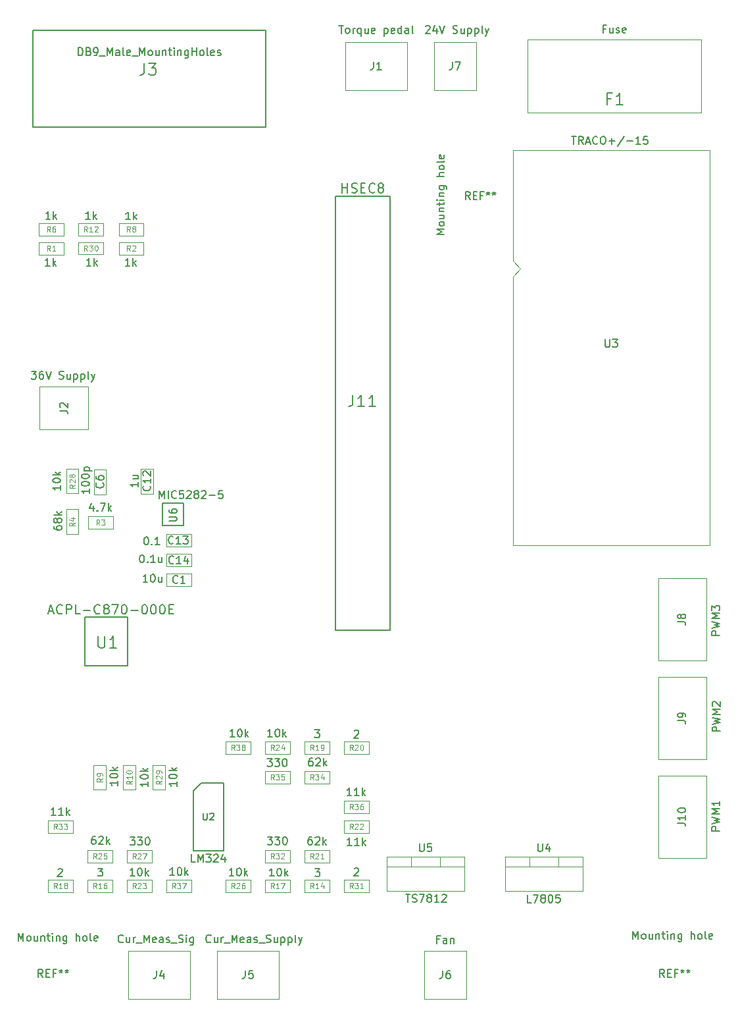
<source format=gbr>
G04 #@! TF.FileFunction,Other,Fab,Top*
%FSLAX46Y46*%
G04 Gerber Fmt 4.6, Leading zero omitted, Abs format (unit mm)*
G04 Created by KiCad (PCBNEW 4.0.7) date 05/25/18 18:50:48*
%MOMM*%
%LPD*%
G01*
G04 APERTURE LIST*
%ADD10C,0.100000*%
%ADD11C,0.200000*%
%ADD12C,0.150000*%
%ADD13C,0.120000*%
%ADD14C,0.105000*%
%ADD15C,0.135000*%
G04 APERTURE END LIST*
D10*
D11*
X42521429Y-22192857D02*
X42521429Y-20992857D01*
X42521429Y-21564286D02*
X43207144Y-21564286D01*
X43207144Y-22192857D02*
X43207144Y-20992857D01*
X43721429Y-22135714D02*
X43892858Y-22192857D01*
X44178572Y-22192857D01*
X44292858Y-22135714D01*
X44350001Y-22078571D01*
X44407144Y-21964286D01*
X44407144Y-21850000D01*
X44350001Y-21735714D01*
X44292858Y-21678571D01*
X44178572Y-21621429D01*
X43950001Y-21564286D01*
X43835715Y-21507143D01*
X43778572Y-21450000D01*
X43721429Y-21335714D01*
X43721429Y-21221429D01*
X43778572Y-21107143D01*
X43835715Y-21050000D01*
X43950001Y-20992857D01*
X44235715Y-20992857D01*
X44407144Y-21050000D01*
X44921429Y-21564286D02*
X45321429Y-21564286D01*
X45492858Y-22192857D02*
X44921429Y-22192857D01*
X44921429Y-20992857D01*
X45492858Y-20992857D01*
X46692858Y-22078571D02*
X46635715Y-22135714D01*
X46464286Y-22192857D01*
X46350000Y-22192857D01*
X46178572Y-22135714D01*
X46064286Y-22021429D01*
X46007143Y-21907143D01*
X45950000Y-21678571D01*
X45950000Y-21507143D01*
X46007143Y-21278571D01*
X46064286Y-21164286D01*
X46178572Y-21050000D01*
X46350000Y-20992857D01*
X46464286Y-20992857D01*
X46635715Y-21050000D01*
X46692858Y-21107143D01*
X47378572Y-21507143D02*
X47264286Y-21450000D01*
X47207143Y-21392857D01*
X47150000Y-21278571D01*
X47150000Y-21221429D01*
X47207143Y-21107143D01*
X47264286Y-21050000D01*
X47378572Y-20992857D01*
X47607143Y-20992857D01*
X47721429Y-21050000D01*
X47778572Y-21107143D01*
X47835715Y-21221429D01*
X47835715Y-21278571D01*
X47778572Y-21392857D01*
X47721429Y-21450000D01*
X47607143Y-21507143D01*
X47378572Y-21507143D01*
X47264286Y-21564286D01*
X47207143Y-21621429D01*
X47150000Y-21735714D01*
X47150000Y-21964286D01*
X47207143Y-22078571D01*
X47264286Y-22135714D01*
X47378572Y-22192857D01*
X47607143Y-22192857D01*
X47721429Y-22135714D01*
X47778572Y-22078571D01*
X47835715Y-21964286D01*
X47835715Y-21735714D01*
X47778572Y-21621429D01*
X47721429Y-21564286D01*
X47607143Y-21507143D01*
D12*
X20202381Y-64411905D02*
X21011905Y-64411905D01*
X21107143Y-64364286D01*
X21154762Y-64316667D01*
X21202381Y-64221429D01*
X21202381Y-64030952D01*
X21154762Y-63935714D01*
X21107143Y-63888095D01*
X21011905Y-63840476D01*
X20202381Y-63840476D01*
X20202381Y-62935714D02*
X20202381Y-63126191D01*
X20250000Y-63221429D01*
X20297619Y-63269048D01*
X20440476Y-63364286D01*
X20630952Y-63411905D01*
X21011905Y-63411905D01*
X21107143Y-63364286D01*
X21154762Y-63316667D01*
X21202381Y-63221429D01*
X21202381Y-63030952D01*
X21154762Y-62935714D01*
X21107143Y-62888095D01*
X21011905Y-62840476D01*
X20773810Y-62840476D01*
X20678571Y-62888095D01*
X20630952Y-62935714D01*
X20583333Y-63030952D01*
X20583333Y-63221429D01*
X20630952Y-63316667D01*
X20678571Y-63364286D01*
X20773810Y-63411905D01*
X43885715Y-48178571D02*
X43885715Y-49250000D01*
X43814287Y-49464286D01*
X43671430Y-49607143D01*
X43457144Y-49678571D01*
X43314287Y-49678571D01*
X45385715Y-49678571D02*
X44528572Y-49678571D01*
X44957144Y-49678571D02*
X44957144Y-48178571D01*
X44814287Y-48392857D01*
X44671429Y-48535714D01*
X44528572Y-48607143D01*
X46814286Y-49678571D02*
X45957143Y-49678571D01*
X46385715Y-49678571D02*
X46385715Y-48178571D01*
X46242858Y-48392857D01*
X46100000Y-48535714D01*
X45957143Y-48607143D01*
X4721429Y-76000000D02*
X5292858Y-76000000D01*
X4607144Y-76342857D02*
X5007144Y-75142857D01*
X5407144Y-76342857D01*
X6492858Y-76228571D02*
X6435715Y-76285714D01*
X6264286Y-76342857D01*
X6150000Y-76342857D01*
X5978572Y-76285714D01*
X5864286Y-76171429D01*
X5807143Y-76057143D01*
X5750000Y-75828571D01*
X5750000Y-75657143D01*
X5807143Y-75428571D01*
X5864286Y-75314286D01*
X5978572Y-75200000D01*
X6150000Y-75142857D01*
X6264286Y-75142857D01*
X6435715Y-75200000D01*
X6492858Y-75257143D01*
X7007143Y-76342857D02*
X7007143Y-75142857D01*
X7464286Y-75142857D01*
X7578572Y-75200000D01*
X7635715Y-75257143D01*
X7692858Y-75371429D01*
X7692858Y-75542857D01*
X7635715Y-75657143D01*
X7578572Y-75714286D01*
X7464286Y-75771429D01*
X7007143Y-75771429D01*
X8778572Y-76342857D02*
X8207143Y-76342857D01*
X8207143Y-75142857D01*
X9178572Y-75885714D02*
X10092858Y-75885714D01*
X11350001Y-76228571D02*
X11292858Y-76285714D01*
X11121429Y-76342857D01*
X11007143Y-76342857D01*
X10835715Y-76285714D01*
X10721429Y-76171429D01*
X10664286Y-76057143D01*
X10607143Y-75828571D01*
X10607143Y-75657143D01*
X10664286Y-75428571D01*
X10721429Y-75314286D01*
X10835715Y-75200000D01*
X11007143Y-75142857D01*
X11121429Y-75142857D01*
X11292858Y-75200000D01*
X11350001Y-75257143D01*
X12035715Y-75657143D02*
X11921429Y-75600000D01*
X11864286Y-75542857D01*
X11807143Y-75428571D01*
X11807143Y-75371429D01*
X11864286Y-75257143D01*
X11921429Y-75200000D01*
X12035715Y-75142857D01*
X12264286Y-75142857D01*
X12378572Y-75200000D01*
X12435715Y-75257143D01*
X12492858Y-75371429D01*
X12492858Y-75428571D01*
X12435715Y-75542857D01*
X12378572Y-75600000D01*
X12264286Y-75657143D01*
X12035715Y-75657143D01*
X11921429Y-75714286D01*
X11864286Y-75771429D01*
X11807143Y-75885714D01*
X11807143Y-76114286D01*
X11864286Y-76228571D01*
X11921429Y-76285714D01*
X12035715Y-76342857D01*
X12264286Y-76342857D01*
X12378572Y-76285714D01*
X12435715Y-76228571D01*
X12492858Y-76114286D01*
X12492858Y-75885714D01*
X12435715Y-75771429D01*
X12378572Y-75714286D01*
X12264286Y-75657143D01*
X12892858Y-75142857D02*
X13692858Y-75142857D01*
X13178572Y-76342857D01*
X14378572Y-75142857D02*
X14492857Y-75142857D01*
X14607143Y-75200000D01*
X14664286Y-75257143D01*
X14721429Y-75371429D01*
X14778572Y-75600000D01*
X14778572Y-75885714D01*
X14721429Y-76114286D01*
X14664286Y-76228571D01*
X14607143Y-76285714D01*
X14492857Y-76342857D01*
X14378572Y-76342857D01*
X14264286Y-76285714D01*
X14207143Y-76228571D01*
X14150000Y-76114286D01*
X14092857Y-75885714D01*
X14092857Y-75600000D01*
X14150000Y-75371429D01*
X14207143Y-75257143D01*
X14264286Y-75200000D01*
X14378572Y-75142857D01*
X15292857Y-75885714D02*
X16207143Y-75885714D01*
X17007143Y-75142857D02*
X17121428Y-75142857D01*
X17235714Y-75200000D01*
X17292857Y-75257143D01*
X17350000Y-75371429D01*
X17407143Y-75600000D01*
X17407143Y-75885714D01*
X17350000Y-76114286D01*
X17292857Y-76228571D01*
X17235714Y-76285714D01*
X17121428Y-76342857D01*
X17007143Y-76342857D01*
X16892857Y-76285714D01*
X16835714Y-76228571D01*
X16778571Y-76114286D01*
X16721428Y-75885714D01*
X16721428Y-75600000D01*
X16778571Y-75371429D01*
X16835714Y-75257143D01*
X16892857Y-75200000D01*
X17007143Y-75142857D01*
X18150000Y-75142857D02*
X18264285Y-75142857D01*
X18378571Y-75200000D01*
X18435714Y-75257143D01*
X18492857Y-75371429D01*
X18550000Y-75600000D01*
X18550000Y-75885714D01*
X18492857Y-76114286D01*
X18435714Y-76228571D01*
X18378571Y-76285714D01*
X18264285Y-76342857D01*
X18150000Y-76342857D01*
X18035714Y-76285714D01*
X17978571Y-76228571D01*
X17921428Y-76114286D01*
X17864285Y-75885714D01*
X17864285Y-75600000D01*
X17921428Y-75371429D01*
X17978571Y-75257143D01*
X18035714Y-75200000D01*
X18150000Y-75142857D01*
X19292857Y-75142857D02*
X19407142Y-75142857D01*
X19521428Y-75200000D01*
X19578571Y-75257143D01*
X19635714Y-75371429D01*
X19692857Y-75600000D01*
X19692857Y-75885714D01*
X19635714Y-76114286D01*
X19578571Y-76228571D01*
X19521428Y-76285714D01*
X19407142Y-76342857D01*
X19292857Y-76342857D01*
X19178571Y-76285714D01*
X19121428Y-76228571D01*
X19064285Y-76114286D01*
X19007142Y-75885714D01*
X19007142Y-75600000D01*
X19064285Y-75371429D01*
X19121428Y-75257143D01*
X19178571Y-75200000D01*
X19292857Y-75142857D01*
X20207142Y-75714286D02*
X20607142Y-75714286D01*
X20778571Y-76342857D02*
X20207142Y-76342857D01*
X20207142Y-75142857D01*
X20778571Y-75142857D01*
X11107143Y-79228571D02*
X11107143Y-80442857D01*
X11178571Y-80585714D01*
X11250000Y-80657143D01*
X11392857Y-80728571D01*
X11678571Y-80728571D01*
X11821429Y-80657143D01*
X11892857Y-80585714D01*
X11964286Y-80442857D01*
X11964286Y-79228571D01*
X13464286Y-80728571D02*
X12607143Y-80728571D01*
X13035715Y-80728571D02*
X13035715Y-79228571D01*
X12892858Y-79442857D01*
X12750000Y-79585714D01*
X12607143Y-79657143D01*
X77100001Y-10092857D02*
X76600001Y-10092857D01*
X76600001Y-10878571D02*
X76600001Y-9378571D01*
X77314287Y-9378571D01*
X78671429Y-10878571D02*
X77814286Y-10878571D01*
X78242858Y-10878571D02*
X78242858Y-9378571D01*
X78100001Y-9592857D01*
X77957143Y-9735714D01*
X77814286Y-9807143D01*
X17050000Y-5528571D02*
X17050000Y-6600000D01*
X16978572Y-6814286D01*
X16835715Y-6957143D01*
X16621429Y-7028571D01*
X16478572Y-7028571D01*
X17621429Y-5528571D02*
X18550000Y-5528571D01*
X18050000Y-6100000D01*
X18264286Y-6100000D01*
X18407143Y-6171429D01*
X18478572Y-6242857D01*
X18550000Y-6385714D01*
X18550000Y-6742857D01*
X18478572Y-6885714D01*
X18407143Y-6957143D01*
X18264286Y-7028571D01*
X17835714Y-7028571D01*
X17692857Y-6957143D01*
X17621429Y-6885714D01*
D10*
X8581480Y-66096560D02*
X6981480Y-66096560D01*
X8581480Y-62896560D02*
X8581480Y-66096560D01*
X6981480Y-62896560D02*
X8581480Y-62896560D01*
X6981480Y-66096560D02*
X6981480Y-62896560D01*
D13*
X54305760Y-2798120D02*
X54305760Y-8998120D01*
X54305760Y-8998120D02*
X59785760Y-8998120D01*
X59785760Y-8998120D02*
X59785760Y-2798120D01*
X59785760Y-2798120D02*
X54305760Y-2798120D01*
D10*
X89824460Y-16740420D02*
X64464460Y-16740420D01*
X64464460Y-32940420D02*
X64464460Y-67540420D01*
X64464460Y-67540420D02*
X89824460Y-67540420D01*
X89824460Y-67540420D02*
X89824460Y-16740420D01*
X64464460Y-30940420D02*
X64464460Y-16740420D01*
X65464460Y-31940420D02*
X64464460Y-30940420D01*
X64464460Y-32940420D02*
X65464460Y-31940420D01*
X23085760Y-71158120D02*
X23085760Y-72758120D01*
X19885760Y-71158120D02*
X23085760Y-71158120D01*
X19885760Y-72758120D02*
X19885760Y-71158120D01*
X23085760Y-72758120D02*
X19885760Y-72758120D01*
X12138460Y-60959720D02*
X10538460Y-60959720D01*
X12138460Y-57759720D02*
X12138460Y-60959720D01*
X10538460Y-57759720D02*
X12138460Y-57759720D01*
X10538460Y-60959720D02*
X10538460Y-57759720D01*
X18200000Y-60900000D02*
X16600000Y-60900000D01*
X18200000Y-57700000D02*
X18200000Y-60900000D01*
X16600000Y-57700000D02*
X18200000Y-57700000D01*
X16600000Y-60900000D02*
X16600000Y-57700000D01*
X19885760Y-67678120D02*
X19885760Y-66078120D01*
X23085760Y-67678120D02*
X19885760Y-67678120D01*
X23085760Y-66078120D02*
X23085760Y-67678120D01*
X19885760Y-66078120D02*
X23085760Y-66078120D01*
X19885760Y-70218120D02*
X19885760Y-68618120D01*
X23085760Y-70218120D02*
X19885760Y-70218120D01*
X23085760Y-68618120D02*
X23085760Y-70218120D01*
X19885760Y-68618120D02*
X23085760Y-68618120D01*
X88695760Y-11888120D02*
X88695760Y-2488120D01*
X88695760Y-2488120D02*
X66395760Y-2488120D01*
X66395760Y-2488120D02*
X66395760Y-11888120D01*
X66395760Y-11888120D02*
X88695760Y-11888120D01*
D13*
X42875760Y-2798120D02*
X42875760Y-8998120D01*
X42875760Y-8998120D02*
X50895760Y-8998120D01*
X50895760Y-8998120D02*
X50895760Y-2798120D01*
X50895760Y-2798120D02*
X42875760Y-2798120D01*
X3580000Y-52620000D02*
X9780000Y-52620000D01*
X9780000Y-52620000D02*
X9780000Y-47140000D01*
X9780000Y-47140000D02*
X3580000Y-47140000D01*
X3580000Y-47140000D02*
X3580000Y-52620000D01*
X22955760Y-125878120D02*
X22955760Y-119678120D01*
X22955760Y-119678120D02*
X14935760Y-119678120D01*
X14935760Y-119678120D02*
X14935760Y-125878120D01*
X14935760Y-125878120D02*
X22955760Y-125878120D01*
X34385760Y-125878120D02*
X34385760Y-119678120D01*
X34385760Y-119678120D02*
X26365760Y-119678120D01*
X26365760Y-119678120D02*
X26365760Y-125878120D01*
X26365760Y-125878120D02*
X34385760Y-125878120D01*
X58515760Y-125878120D02*
X58515760Y-119678120D01*
X58515760Y-119678120D02*
X53035760Y-119678120D01*
X53035760Y-119678120D02*
X53035760Y-125878120D01*
X53035760Y-125878120D02*
X58515760Y-125878120D01*
X89375760Y-71758120D02*
X83175760Y-71758120D01*
X83175760Y-71758120D02*
X83175760Y-82318120D01*
X83175760Y-82318120D02*
X89375760Y-82318120D01*
X89375760Y-82318120D02*
X89375760Y-71758120D01*
X89375760Y-84458120D02*
X83175760Y-84458120D01*
X83175760Y-84458120D02*
X83175760Y-95018120D01*
X83175760Y-95018120D02*
X89375760Y-95018120D01*
X89375760Y-95018120D02*
X89375760Y-84458120D01*
X89375760Y-97158120D02*
X83175760Y-97158120D01*
X83175760Y-97158120D02*
X83175760Y-107718120D01*
X83175760Y-107718120D02*
X89375760Y-107718120D01*
X89375760Y-107718120D02*
X89375760Y-97158120D01*
D10*
X6655000Y-28545000D02*
X6655000Y-30145000D01*
X3455000Y-28545000D02*
X6655000Y-28545000D01*
X3455000Y-30145000D02*
X3455000Y-28545000D01*
X6655000Y-30145000D02*
X3455000Y-30145000D01*
X16955760Y-28548120D02*
X16955760Y-30148120D01*
X13755760Y-28548120D02*
X16955760Y-28548120D01*
X13755760Y-30148120D02*
X13755760Y-28548120D01*
X16955760Y-30148120D02*
X13755760Y-30148120D01*
X13006880Y-63820760D02*
X13006880Y-65420760D01*
X9806880Y-63820760D02*
X13006880Y-63820760D01*
X9806880Y-65420760D02*
X9806880Y-63820760D01*
X13006880Y-65420760D02*
X9806880Y-65420760D01*
X3455000Y-27695000D02*
X3455000Y-26095000D01*
X6655000Y-27695000D02*
X3455000Y-27695000D01*
X6655000Y-26095000D02*
X6655000Y-27695000D01*
X3455000Y-26095000D02*
X6655000Y-26095000D01*
X13755760Y-27698120D02*
X13755760Y-26098120D01*
X16955760Y-27698120D02*
X13755760Y-27698120D01*
X16955760Y-26098120D02*
X16955760Y-27698120D01*
X13755760Y-26098120D02*
X16955760Y-26098120D01*
X12125760Y-98958120D02*
X10525760Y-98958120D01*
X12125760Y-95758120D02*
X12125760Y-98958120D01*
X10525760Y-95758120D02*
X12125760Y-95758120D01*
X10525760Y-98958120D02*
X10525760Y-95758120D01*
X15935760Y-98958120D02*
X14335760Y-98958120D01*
X15935760Y-95758120D02*
X15935760Y-98958120D01*
X14335760Y-95758120D02*
X15935760Y-95758120D01*
X14335760Y-98958120D02*
X14335760Y-95758120D01*
X8570620Y-27701740D02*
X8570620Y-26101740D01*
X11770620Y-27701740D02*
X8570620Y-27701740D01*
X11770620Y-26101740D02*
X11770620Y-27701740D01*
X8570620Y-26101740D02*
X11770620Y-26101740D01*
X37665760Y-112128120D02*
X37665760Y-110528120D01*
X40865760Y-112128120D02*
X37665760Y-112128120D01*
X40865760Y-110528120D02*
X40865760Y-112128120D01*
X37665760Y-110528120D02*
X40865760Y-110528120D01*
X12925760Y-110528120D02*
X12925760Y-112128120D01*
X9725760Y-110528120D02*
X12925760Y-110528120D01*
X9725760Y-112128120D02*
X9725760Y-110528120D01*
X12925760Y-112128120D02*
X9725760Y-112128120D01*
X32585760Y-112128120D02*
X32585760Y-110528120D01*
X35785760Y-112128120D02*
X32585760Y-112128120D01*
X35785760Y-110528120D02*
X35785760Y-112128120D01*
X32585760Y-110528120D02*
X35785760Y-110528120D01*
X7845760Y-110528120D02*
X7845760Y-112128120D01*
X4645760Y-110528120D02*
X7845760Y-110528120D01*
X4645760Y-112128120D02*
X4645760Y-110528120D01*
X7845760Y-112128120D02*
X4645760Y-112128120D01*
X37665760Y-94348120D02*
X37665760Y-92748120D01*
X40865760Y-94348120D02*
X37665760Y-94348120D01*
X40865760Y-92748120D02*
X40865760Y-94348120D01*
X37665760Y-92748120D02*
X40865760Y-92748120D01*
X42745760Y-94348120D02*
X42745760Y-92748120D01*
X45945760Y-94348120D02*
X42745760Y-94348120D01*
X45945760Y-92748120D02*
X45945760Y-94348120D01*
X42745760Y-92748120D02*
X45945760Y-92748120D01*
X40865760Y-106718120D02*
X40865760Y-108318120D01*
X37665760Y-106718120D02*
X40865760Y-106718120D01*
X37665760Y-108318120D02*
X37665760Y-106718120D01*
X40865760Y-108318120D02*
X37665760Y-108318120D01*
X42745760Y-104508120D02*
X42745760Y-102908120D01*
X45945760Y-104508120D02*
X42745760Y-104508120D01*
X45945760Y-102908120D02*
X45945760Y-104508120D01*
X42745760Y-102908120D02*
X45945760Y-102908120D01*
X18005760Y-110528120D02*
X18005760Y-112128120D01*
X14805760Y-110528120D02*
X18005760Y-110528120D01*
X14805760Y-112128120D02*
X14805760Y-110528120D01*
X18005760Y-112128120D02*
X14805760Y-112128120D01*
X32585760Y-94348120D02*
X32585760Y-92748120D01*
X35785760Y-94348120D02*
X32585760Y-94348120D01*
X35785760Y-92748120D02*
X35785760Y-94348120D01*
X32585760Y-92748120D02*
X35785760Y-92748120D01*
X9725760Y-108318120D02*
X9725760Y-106718120D01*
X12925760Y-108318120D02*
X9725760Y-108318120D01*
X12925760Y-106718120D02*
X12925760Y-108318120D01*
X9725760Y-106718120D02*
X12925760Y-106718120D01*
X27505760Y-112128120D02*
X27505760Y-110528120D01*
X30705760Y-112128120D02*
X27505760Y-112128120D01*
X30705760Y-110528120D02*
X30705760Y-112128120D01*
X27505760Y-110528120D02*
X30705760Y-110528120D01*
X14805760Y-108318120D02*
X14805760Y-106718120D01*
X18005760Y-108318120D02*
X14805760Y-108318120D01*
X18005760Y-106718120D02*
X18005760Y-108318120D01*
X14805760Y-106718120D02*
X18005760Y-106718120D01*
X8582460Y-60870820D02*
X6982460Y-60870820D01*
X8582460Y-57670820D02*
X8582460Y-60870820D01*
X6982460Y-57670820D02*
X8582460Y-57670820D01*
X6982460Y-60870820D02*
X6982460Y-57670820D01*
X18145760Y-95758120D02*
X19745760Y-95758120D01*
X18145760Y-98958120D02*
X18145760Y-95758120D01*
X19745760Y-98958120D02*
X18145760Y-98958120D01*
X19745760Y-95758120D02*
X19745760Y-98958120D01*
X11764380Y-28538260D02*
X11764380Y-30138260D01*
X8564380Y-28538260D02*
X11764380Y-28538260D01*
X8564380Y-30138260D02*
X8564380Y-28538260D01*
X11764380Y-30138260D02*
X8564380Y-30138260D01*
X42745760Y-112128120D02*
X42745760Y-110528120D01*
X45945760Y-112128120D02*
X42745760Y-112128120D01*
X45945760Y-110528120D02*
X45945760Y-112128120D01*
X42745760Y-110528120D02*
X45945760Y-110528120D01*
X35785760Y-106718120D02*
X35785760Y-108318120D01*
X32585760Y-106718120D02*
X35785760Y-106718120D01*
X32585760Y-108318120D02*
X32585760Y-106718120D01*
X35785760Y-108318120D02*
X32585760Y-108318120D01*
X7845760Y-102908120D02*
X7845760Y-104508120D01*
X4645760Y-102908120D02*
X7845760Y-102908120D01*
X4645760Y-104508120D02*
X4645760Y-102908120D01*
X7845760Y-104508120D02*
X4645760Y-104508120D01*
X40865760Y-96558120D02*
X40865760Y-98158120D01*
X37665760Y-96558120D02*
X40865760Y-96558120D01*
X37665760Y-98158120D02*
X37665760Y-96558120D01*
X40865760Y-98158120D02*
X37665760Y-98158120D01*
X35785760Y-96558120D02*
X35785760Y-98158120D01*
X32585760Y-96558120D02*
X35785760Y-96558120D01*
X32585760Y-98158120D02*
X32585760Y-96558120D01*
X35785760Y-98158120D02*
X32585760Y-98158120D01*
X42745760Y-101968120D02*
X42745760Y-100368120D01*
X45945760Y-101968120D02*
X42745760Y-101968120D01*
X45945760Y-100368120D02*
X45945760Y-101968120D01*
X42745760Y-100368120D02*
X45945760Y-100368120D01*
X23085760Y-110528120D02*
X23085760Y-112128120D01*
X19885760Y-110528120D02*
X23085760Y-110528120D01*
X19885760Y-112128120D02*
X19885760Y-110528120D01*
X23085760Y-112128120D02*
X19885760Y-112128120D01*
X27505760Y-94348120D02*
X27505760Y-92748120D01*
X30705760Y-94348120D02*
X27505760Y-94348120D01*
X30705760Y-92748120D02*
X30705760Y-94348120D01*
X27505760Y-92748120D02*
X30705760Y-92748120D01*
D12*
X24345760Y-98088120D02*
X27245760Y-98088120D01*
X27245760Y-98088120D02*
X27245760Y-106788120D01*
X27245760Y-106788120D02*
X23345760Y-106788120D01*
X23345760Y-106788120D02*
X23345760Y-99088120D01*
X23345760Y-99088120D02*
X24345760Y-98088120D01*
D10*
X48235760Y-107558120D02*
X48235760Y-111958120D01*
X48235760Y-111958120D02*
X58235760Y-111958120D01*
X58235760Y-111958120D02*
X58235760Y-107558120D01*
X58235760Y-107558120D02*
X48235760Y-107558120D01*
X48235760Y-108828120D02*
X58235760Y-108828120D01*
X51385760Y-107558120D02*
X51385760Y-108828120D01*
X55085760Y-107558120D02*
X55085760Y-108828120D01*
X63475760Y-107558120D02*
X63475760Y-111958120D01*
X63475760Y-111958120D02*
X73475760Y-111958120D01*
X73475760Y-111958120D02*
X73475760Y-107558120D01*
X73475760Y-107558120D02*
X63475760Y-107558120D01*
X63475760Y-108828120D02*
X73475760Y-108828120D01*
X66625760Y-107558120D02*
X66625760Y-108828120D01*
X70325760Y-107558120D02*
X70325760Y-108828120D01*
D12*
X17695760Y-13718120D02*
X32695760Y-13718120D01*
X32695760Y-13718120D02*
X32695760Y-12218120D01*
X2695760Y-10718120D02*
X2695760Y-13718120D01*
X17695760Y-13718120D02*
X2695760Y-13718120D01*
X32695760Y-12218120D02*
X32695760Y-1278120D01*
X32695760Y-1278120D02*
X2695760Y-1278120D01*
X2695760Y-1278120D02*
X2695760Y-12218120D01*
X14865760Y-82998120D02*
X9365760Y-82998120D01*
X9365760Y-82998120D02*
X9365760Y-76748120D01*
X9365760Y-76748120D02*
X14865760Y-76748120D01*
X14865760Y-76748120D02*
X14865760Y-82998120D01*
X19398860Y-62102820D02*
X19398860Y-65002820D01*
X22108860Y-62102820D02*
X19408860Y-62102820D01*
X22108860Y-62112820D02*
X22108860Y-64992820D01*
X22108860Y-64992820D02*
X22108860Y-65002820D01*
X22108860Y-65002820D02*
X19408860Y-65002820D01*
X19408860Y-65002820D02*
X19398860Y-65002820D01*
X48695760Y-22668120D02*
X41605760Y-22668120D01*
X41605760Y-22668120D02*
X41605760Y-78478120D01*
X41605760Y-78478120D02*
X48705760Y-78478120D01*
X48705760Y-78478120D02*
X48705760Y-22668120D01*
X48705760Y-22668120D02*
X48665760Y-22668120D01*
X55652381Y-27545239D02*
X54652381Y-27545239D01*
X55366667Y-27211905D01*
X54652381Y-26878572D01*
X55652381Y-26878572D01*
X55652381Y-26259525D02*
X55604762Y-26354763D01*
X55557143Y-26402382D01*
X55461905Y-26450001D01*
X55176190Y-26450001D01*
X55080952Y-26402382D01*
X55033333Y-26354763D01*
X54985714Y-26259525D01*
X54985714Y-26116667D01*
X55033333Y-26021429D01*
X55080952Y-25973810D01*
X55176190Y-25926191D01*
X55461905Y-25926191D01*
X55557143Y-25973810D01*
X55604762Y-26021429D01*
X55652381Y-26116667D01*
X55652381Y-26259525D01*
X54985714Y-25069048D02*
X55652381Y-25069048D01*
X54985714Y-25497620D02*
X55509524Y-25497620D01*
X55604762Y-25450001D01*
X55652381Y-25354763D01*
X55652381Y-25211905D01*
X55604762Y-25116667D01*
X55557143Y-25069048D01*
X54985714Y-24592858D02*
X55652381Y-24592858D01*
X55080952Y-24592858D02*
X55033333Y-24545239D01*
X54985714Y-24450001D01*
X54985714Y-24307143D01*
X55033333Y-24211905D01*
X55128571Y-24164286D01*
X55652381Y-24164286D01*
X54985714Y-23830953D02*
X54985714Y-23450001D01*
X54652381Y-23688096D02*
X55509524Y-23688096D01*
X55604762Y-23640477D01*
X55652381Y-23545239D01*
X55652381Y-23450001D01*
X55652381Y-23116667D02*
X54985714Y-23116667D01*
X54652381Y-23116667D02*
X54700000Y-23164286D01*
X54747619Y-23116667D01*
X54700000Y-23069048D01*
X54652381Y-23116667D01*
X54747619Y-23116667D01*
X54985714Y-22640477D02*
X55652381Y-22640477D01*
X55080952Y-22640477D02*
X55033333Y-22592858D01*
X54985714Y-22497620D01*
X54985714Y-22354762D01*
X55033333Y-22259524D01*
X55128571Y-22211905D01*
X55652381Y-22211905D01*
X54985714Y-21307143D02*
X55795238Y-21307143D01*
X55890476Y-21354762D01*
X55938095Y-21402381D01*
X55985714Y-21497620D01*
X55985714Y-21640477D01*
X55938095Y-21735715D01*
X55604762Y-21307143D02*
X55652381Y-21402381D01*
X55652381Y-21592858D01*
X55604762Y-21688096D01*
X55557143Y-21735715D01*
X55461905Y-21783334D01*
X55176190Y-21783334D01*
X55080952Y-21735715D01*
X55033333Y-21688096D01*
X54985714Y-21592858D01*
X54985714Y-21402381D01*
X55033333Y-21307143D01*
X55652381Y-20069048D02*
X54652381Y-20069048D01*
X55652381Y-19640476D02*
X55128571Y-19640476D01*
X55033333Y-19688095D01*
X54985714Y-19783333D01*
X54985714Y-19926191D01*
X55033333Y-20021429D01*
X55080952Y-20069048D01*
X55652381Y-19021429D02*
X55604762Y-19116667D01*
X55557143Y-19164286D01*
X55461905Y-19211905D01*
X55176190Y-19211905D01*
X55080952Y-19164286D01*
X55033333Y-19116667D01*
X54985714Y-19021429D01*
X54985714Y-18878571D01*
X55033333Y-18783333D01*
X55080952Y-18735714D01*
X55176190Y-18688095D01*
X55461905Y-18688095D01*
X55557143Y-18735714D01*
X55604762Y-18783333D01*
X55652381Y-18878571D01*
X55652381Y-19021429D01*
X55652381Y-18116667D02*
X55604762Y-18211905D01*
X55509524Y-18259524D01*
X54652381Y-18259524D01*
X55604762Y-17354761D02*
X55652381Y-17449999D01*
X55652381Y-17640476D01*
X55604762Y-17735714D01*
X55509524Y-17783333D01*
X55128571Y-17783333D01*
X55033333Y-17735714D01*
X54985714Y-17640476D01*
X54985714Y-17449999D01*
X55033333Y-17354761D01*
X55128571Y-17307142D01*
X55223810Y-17307142D01*
X55319048Y-17783333D01*
X58966667Y-23052381D02*
X58633333Y-22576190D01*
X58395238Y-23052381D02*
X58395238Y-22052381D01*
X58776191Y-22052381D01*
X58871429Y-22100000D01*
X58919048Y-22147619D01*
X58966667Y-22242857D01*
X58966667Y-22385714D01*
X58919048Y-22480952D01*
X58871429Y-22528571D01*
X58776191Y-22576190D01*
X58395238Y-22576190D01*
X59395238Y-22528571D02*
X59728572Y-22528571D01*
X59871429Y-23052381D02*
X59395238Y-23052381D01*
X59395238Y-22052381D01*
X59871429Y-22052381D01*
X60633334Y-22528571D02*
X60300000Y-22528571D01*
X60300000Y-23052381D02*
X60300000Y-22052381D01*
X60776191Y-22052381D01*
X61300000Y-22052381D02*
X61300000Y-22290476D01*
X61061905Y-22195238D02*
X61300000Y-22290476D01*
X61538096Y-22195238D01*
X61157143Y-22480952D02*
X61300000Y-22290476D01*
X61442858Y-22480952D01*
X62061905Y-22052381D02*
X62061905Y-22290476D01*
X61823810Y-22195238D02*
X62061905Y-22290476D01*
X62300001Y-22195238D01*
X61919048Y-22480952D02*
X62061905Y-22290476D01*
X62204763Y-22480952D01*
X79954761Y-118152381D02*
X79954761Y-117152381D01*
X80288095Y-117866667D01*
X80621428Y-117152381D01*
X80621428Y-118152381D01*
X81240475Y-118152381D02*
X81145237Y-118104762D01*
X81097618Y-118057143D01*
X81049999Y-117961905D01*
X81049999Y-117676190D01*
X81097618Y-117580952D01*
X81145237Y-117533333D01*
X81240475Y-117485714D01*
X81383333Y-117485714D01*
X81478571Y-117533333D01*
X81526190Y-117580952D01*
X81573809Y-117676190D01*
X81573809Y-117961905D01*
X81526190Y-118057143D01*
X81478571Y-118104762D01*
X81383333Y-118152381D01*
X81240475Y-118152381D01*
X82430952Y-117485714D02*
X82430952Y-118152381D01*
X82002380Y-117485714D02*
X82002380Y-118009524D01*
X82049999Y-118104762D01*
X82145237Y-118152381D01*
X82288095Y-118152381D01*
X82383333Y-118104762D01*
X82430952Y-118057143D01*
X82907142Y-117485714D02*
X82907142Y-118152381D01*
X82907142Y-117580952D02*
X82954761Y-117533333D01*
X83049999Y-117485714D01*
X83192857Y-117485714D01*
X83288095Y-117533333D01*
X83335714Y-117628571D01*
X83335714Y-118152381D01*
X83669047Y-117485714D02*
X84049999Y-117485714D01*
X83811904Y-117152381D02*
X83811904Y-118009524D01*
X83859523Y-118104762D01*
X83954761Y-118152381D01*
X84049999Y-118152381D01*
X84383333Y-118152381D02*
X84383333Y-117485714D01*
X84383333Y-117152381D02*
X84335714Y-117200000D01*
X84383333Y-117247619D01*
X84430952Y-117200000D01*
X84383333Y-117152381D01*
X84383333Y-117247619D01*
X84859523Y-117485714D02*
X84859523Y-118152381D01*
X84859523Y-117580952D02*
X84907142Y-117533333D01*
X85002380Y-117485714D01*
X85145238Y-117485714D01*
X85240476Y-117533333D01*
X85288095Y-117628571D01*
X85288095Y-118152381D01*
X86192857Y-117485714D02*
X86192857Y-118295238D01*
X86145238Y-118390476D01*
X86097619Y-118438095D01*
X86002380Y-118485714D01*
X85859523Y-118485714D01*
X85764285Y-118438095D01*
X86192857Y-118104762D02*
X86097619Y-118152381D01*
X85907142Y-118152381D01*
X85811904Y-118104762D01*
X85764285Y-118057143D01*
X85716666Y-117961905D01*
X85716666Y-117676190D01*
X85764285Y-117580952D01*
X85811904Y-117533333D01*
X85907142Y-117485714D01*
X86097619Y-117485714D01*
X86192857Y-117533333D01*
X87430952Y-118152381D02*
X87430952Y-117152381D01*
X87859524Y-118152381D02*
X87859524Y-117628571D01*
X87811905Y-117533333D01*
X87716667Y-117485714D01*
X87573809Y-117485714D01*
X87478571Y-117533333D01*
X87430952Y-117580952D01*
X88478571Y-118152381D02*
X88383333Y-118104762D01*
X88335714Y-118057143D01*
X88288095Y-117961905D01*
X88288095Y-117676190D01*
X88335714Y-117580952D01*
X88383333Y-117533333D01*
X88478571Y-117485714D01*
X88621429Y-117485714D01*
X88716667Y-117533333D01*
X88764286Y-117580952D01*
X88811905Y-117676190D01*
X88811905Y-117961905D01*
X88764286Y-118057143D01*
X88716667Y-118104762D01*
X88621429Y-118152381D01*
X88478571Y-118152381D01*
X89383333Y-118152381D02*
X89288095Y-118104762D01*
X89240476Y-118009524D01*
X89240476Y-117152381D01*
X90145239Y-118104762D02*
X90050001Y-118152381D01*
X89859524Y-118152381D01*
X89764286Y-118104762D01*
X89716667Y-118009524D01*
X89716667Y-117628571D01*
X89764286Y-117533333D01*
X89859524Y-117485714D01*
X90050001Y-117485714D01*
X90145239Y-117533333D01*
X90192858Y-117628571D01*
X90192858Y-117723810D01*
X89716667Y-117819048D01*
X83966667Y-123052381D02*
X83633333Y-122576190D01*
X83395238Y-123052381D02*
X83395238Y-122052381D01*
X83776191Y-122052381D01*
X83871429Y-122100000D01*
X83919048Y-122147619D01*
X83966667Y-122242857D01*
X83966667Y-122385714D01*
X83919048Y-122480952D01*
X83871429Y-122528571D01*
X83776191Y-122576190D01*
X83395238Y-122576190D01*
X84395238Y-122528571D02*
X84728572Y-122528571D01*
X84871429Y-123052381D02*
X84395238Y-123052381D01*
X84395238Y-122052381D01*
X84871429Y-122052381D01*
X85633334Y-122528571D02*
X85300000Y-122528571D01*
X85300000Y-123052381D02*
X85300000Y-122052381D01*
X85776191Y-122052381D01*
X86300000Y-122052381D02*
X86300000Y-122290476D01*
X86061905Y-122195238D02*
X86300000Y-122290476D01*
X86538096Y-122195238D01*
X86157143Y-122480952D02*
X86300000Y-122290476D01*
X86442858Y-122480952D01*
X87061905Y-122052381D02*
X87061905Y-122290476D01*
X86823810Y-122195238D02*
X87061905Y-122290476D01*
X87300001Y-122195238D01*
X86919048Y-122480952D02*
X87061905Y-122290476D01*
X87204763Y-122480952D01*
X5402381Y-65090476D02*
X5402381Y-65280953D01*
X5450000Y-65376191D01*
X5497619Y-65423810D01*
X5640476Y-65519048D01*
X5830952Y-65566667D01*
X6211905Y-65566667D01*
X6307143Y-65519048D01*
X6354762Y-65471429D01*
X6402381Y-65376191D01*
X6402381Y-65185714D01*
X6354762Y-65090476D01*
X6307143Y-65042857D01*
X6211905Y-64995238D01*
X5973810Y-64995238D01*
X5878571Y-65042857D01*
X5830952Y-65090476D01*
X5783333Y-65185714D01*
X5783333Y-65376191D01*
X5830952Y-65471429D01*
X5878571Y-65519048D01*
X5973810Y-65566667D01*
X5830952Y-64423810D02*
X5783333Y-64519048D01*
X5735714Y-64566667D01*
X5640476Y-64614286D01*
X5592857Y-64614286D01*
X5497619Y-64566667D01*
X5450000Y-64519048D01*
X5402381Y-64423810D01*
X5402381Y-64233333D01*
X5450000Y-64138095D01*
X5497619Y-64090476D01*
X5592857Y-64042857D01*
X5640476Y-64042857D01*
X5735714Y-64090476D01*
X5783333Y-64138095D01*
X5830952Y-64233333D01*
X5830952Y-64423810D01*
X5878571Y-64519048D01*
X5926190Y-64566667D01*
X6021429Y-64614286D01*
X6211905Y-64614286D01*
X6307143Y-64566667D01*
X6354762Y-64519048D01*
X6402381Y-64423810D01*
X6402381Y-64233333D01*
X6354762Y-64138095D01*
X6307143Y-64090476D01*
X6211905Y-64042857D01*
X6021429Y-64042857D01*
X5926190Y-64090476D01*
X5878571Y-64138095D01*
X5830952Y-64233333D01*
X6402381Y-63614286D02*
X5402381Y-63614286D01*
X6021429Y-63519048D02*
X6402381Y-63233333D01*
X5735714Y-63233333D02*
X6116667Y-63614286D01*
D14*
X8098147Y-64613226D02*
X7764813Y-64846560D01*
X8098147Y-65013226D02*
X7398147Y-65013226D01*
X7398147Y-64746560D01*
X7431480Y-64679893D01*
X7464813Y-64646560D01*
X7531480Y-64613226D01*
X7631480Y-64613226D01*
X7698147Y-64646560D01*
X7731480Y-64679893D01*
X7764813Y-64746560D01*
X7764813Y-65013226D01*
X7631480Y-64013226D02*
X8098147Y-64013226D01*
X7364813Y-64179893D02*
X7864813Y-64346560D01*
X7864813Y-63913226D01*
D12*
X53252380Y-797619D02*
X53299999Y-750000D01*
X53395237Y-702381D01*
X53633333Y-702381D01*
X53728571Y-750000D01*
X53776190Y-797619D01*
X53823809Y-892857D01*
X53823809Y-988095D01*
X53776190Y-1130952D01*
X53204761Y-1702381D01*
X53823809Y-1702381D01*
X54680952Y-1035714D02*
X54680952Y-1702381D01*
X54442856Y-654762D02*
X54204761Y-1369048D01*
X54823809Y-1369048D01*
X55061904Y-702381D02*
X55395237Y-1702381D01*
X55728571Y-702381D01*
X56776190Y-1654762D02*
X56919047Y-1702381D01*
X57157143Y-1702381D01*
X57252381Y-1654762D01*
X57300000Y-1607143D01*
X57347619Y-1511905D01*
X57347619Y-1416667D01*
X57300000Y-1321429D01*
X57252381Y-1273810D01*
X57157143Y-1226190D01*
X56966666Y-1178571D01*
X56871428Y-1130952D01*
X56823809Y-1083333D01*
X56776190Y-988095D01*
X56776190Y-892857D01*
X56823809Y-797619D01*
X56871428Y-750000D01*
X56966666Y-702381D01*
X57204762Y-702381D01*
X57347619Y-750000D01*
X58204762Y-1035714D02*
X58204762Y-1702381D01*
X57776190Y-1035714D02*
X57776190Y-1559524D01*
X57823809Y-1654762D01*
X57919047Y-1702381D01*
X58061905Y-1702381D01*
X58157143Y-1654762D01*
X58204762Y-1607143D01*
X58680952Y-1035714D02*
X58680952Y-2035714D01*
X58680952Y-1083333D02*
X58776190Y-1035714D01*
X58966667Y-1035714D01*
X59061905Y-1083333D01*
X59109524Y-1130952D01*
X59157143Y-1226190D01*
X59157143Y-1511905D01*
X59109524Y-1607143D01*
X59061905Y-1654762D01*
X58966667Y-1702381D01*
X58776190Y-1702381D01*
X58680952Y-1654762D01*
X59585714Y-1035714D02*
X59585714Y-2035714D01*
X59585714Y-1083333D02*
X59680952Y-1035714D01*
X59871429Y-1035714D01*
X59966667Y-1083333D01*
X60014286Y-1130952D01*
X60061905Y-1226190D01*
X60061905Y-1511905D01*
X60014286Y-1607143D01*
X59966667Y-1654762D01*
X59871429Y-1702381D01*
X59680952Y-1702381D01*
X59585714Y-1654762D01*
X60633333Y-1702381D02*
X60538095Y-1654762D01*
X60490476Y-1559524D01*
X60490476Y-702381D01*
X60919048Y-1035714D02*
X61157143Y-1702381D01*
X61395239Y-1035714D02*
X61157143Y-1702381D01*
X61061905Y-1940476D01*
X61014286Y-1988095D01*
X60919048Y-2035714D01*
X56712427Y-5370501D02*
X56712427Y-6084787D01*
X56664807Y-6227644D01*
X56569569Y-6322882D01*
X56426712Y-6370501D01*
X56331474Y-6370501D01*
X57093379Y-5370501D02*
X57760046Y-5370501D01*
X57331474Y-6370501D01*
X72047619Y-14952381D02*
X72619048Y-14952381D01*
X72333333Y-15952381D02*
X72333333Y-14952381D01*
X73523810Y-15952381D02*
X73190476Y-15476190D01*
X72952381Y-15952381D02*
X72952381Y-14952381D01*
X73333334Y-14952381D01*
X73428572Y-15000000D01*
X73476191Y-15047619D01*
X73523810Y-15142857D01*
X73523810Y-15285714D01*
X73476191Y-15380952D01*
X73428572Y-15428571D01*
X73333334Y-15476190D01*
X72952381Y-15476190D01*
X73904762Y-15666667D02*
X74380953Y-15666667D01*
X73809524Y-15952381D02*
X74142857Y-14952381D01*
X74476191Y-15952381D01*
X75380953Y-15857143D02*
X75333334Y-15904762D01*
X75190477Y-15952381D01*
X75095239Y-15952381D01*
X74952381Y-15904762D01*
X74857143Y-15809524D01*
X74809524Y-15714286D01*
X74761905Y-15523810D01*
X74761905Y-15380952D01*
X74809524Y-15190476D01*
X74857143Y-15095238D01*
X74952381Y-15000000D01*
X75095239Y-14952381D01*
X75190477Y-14952381D01*
X75333334Y-15000000D01*
X75380953Y-15047619D01*
X76000000Y-14952381D02*
X76190477Y-14952381D01*
X76285715Y-15000000D01*
X76380953Y-15095238D01*
X76428572Y-15285714D01*
X76428572Y-15619048D01*
X76380953Y-15809524D01*
X76285715Y-15904762D01*
X76190477Y-15952381D01*
X76000000Y-15952381D01*
X75904762Y-15904762D01*
X75809524Y-15809524D01*
X75761905Y-15619048D01*
X75761905Y-15285714D01*
X75809524Y-15095238D01*
X75904762Y-15000000D01*
X76000000Y-14952381D01*
X76857143Y-15571429D02*
X77619048Y-15571429D01*
X77238096Y-15952381D02*
X77238096Y-15190476D01*
X78809524Y-14904762D02*
X77952381Y-16190476D01*
X79142857Y-15571429D02*
X79904762Y-15571429D01*
X80904762Y-15952381D02*
X80333333Y-15952381D01*
X80619047Y-15952381D02*
X80619047Y-14952381D01*
X80523809Y-15095238D01*
X80428571Y-15190476D01*
X80333333Y-15238095D01*
X81809524Y-14952381D02*
X81333333Y-14952381D01*
X81285714Y-15428571D01*
X81333333Y-15380952D01*
X81428571Y-15333333D01*
X81666667Y-15333333D01*
X81761905Y-15380952D01*
X81809524Y-15428571D01*
X81857143Y-15523810D01*
X81857143Y-15761905D01*
X81809524Y-15857143D01*
X81761905Y-15904762D01*
X81666667Y-15952381D01*
X81428571Y-15952381D01*
X81333333Y-15904762D01*
X81285714Y-15857143D01*
X76362536Y-41044671D02*
X76362536Y-41854195D01*
X76410155Y-41949433D01*
X76457774Y-41997052D01*
X76553012Y-42044671D01*
X76743489Y-42044671D01*
X76838727Y-41997052D01*
X76886346Y-41949433D01*
X76933965Y-41854195D01*
X76933965Y-41044671D01*
X77314917Y-41044671D02*
X77933965Y-41044671D01*
X77600631Y-41425623D01*
X77743489Y-41425623D01*
X77838727Y-41473242D01*
X77886346Y-41520861D01*
X77933965Y-41616100D01*
X77933965Y-41854195D01*
X77886346Y-41949433D01*
X77838727Y-41997052D01*
X77743489Y-42044671D01*
X77457774Y-42044671D01*
X77362536Y-41997052D01*
X77314917Y-41949433D01*
X16685714Y-68752381D02*
X16780953Y-68752381D01*
X16876191Y-68800000D01*
X16923810Y-68847619D01*
X16971429Y-68942857D01*
X17019048Y-69133333D01*
X17019048Y-69371429D01*
X16971429Y-69561905D01*
X16923810Y-69657143D01*
X16876191Y-69704762D01*
X16780953Y-69752381D01*
X16685714Y-69752381D01*
X16590476Y-69704762D01*
X16542857Y-69657143D01*
X16495238Y-69561905D01*
X16447619Y-69371429D01*
X16447619Y-69133333D01*
X16495238Y-68942857D01*
X16542857Y-68847619D01*
X16590476Y-68800000D01*
X16685714Y-68752381D01*
X17447619Y-69657143D02*
X17495238Y-69704762D01*
X17447619Y-69752381D01*
X17400000Y-69704762D01*
X17447619Y-69657143D01*
X17447619Y-69752381D01*
X18447619Y-69752381D02*
X17876190Y-69752381D01*
X18161904Y-69752381D02*
X18161904Y-68752381D01*
X18066666Y-68895238D01*
X17971428Y-68990476D01*
X17876190Y-69038095D01*
X19304762Y-69085714D02*
X19304762Y-69752381D01*
X18876190Y-69085714D02*
X18876190Y-69609524D01*
X18923809Y-69704762D01*
X19019047Y-69752381D01*
X19161905Y-69752381D01*
X19257143Y-69704762D01*
X19304762Y-69657143D01*
X21333334Y-72307143D02*
X21285715Y-72354762D01*
X21142858Y-72402381D01*
X21047620Y-72402381D01*
X20904762Y-72354762D01*
X20809524Y-72259524D01*
X20761905Y-72164286D01*
X20714286Y-71973810D01*
X20714286Y-71830952D01*
X20761905Y-71640476D01*
X20809524Y-71545238D01*
X20904762Y-71450000D01*
X21047620Y-71402381D01*
X21142858Y-71402381D01*
X21285715Y-71450000D01*
X21333334Y-71497619D01*
X22285715Y-72402381D02*
X21714286Y-72402381D01*
X22000000Y-72402381D02*
X22000000Y-71402381D01*
X21904762Y-71545238D01*
X21809524Y-71640476D01*
X21714286Y-71688095D01*
X9952381Y-60269047D02*
X9952381Y-60840476D01*
X9952381Y-60554762D02*
X8952381Y-60554762D01*
X9095238Y-60650000D01*
X9190476Y-60745238D01*
X9238095Y-60840476D01*
X8952381Y-59650000D02*
X8952381Y-59554761D01*
X9000000Y-59459523D01*
X9047619Y-59411904D01*
X9142857Y-59364285D01*
X9333333Y-59316666D01*
X9571429Y-59316666D01*
X9761905Y-59364285D01*
X9857143Y-59411904D01*
X9904762Y-59459523D01*
X9952381Y-59554761D01*
X9952381Y-59650000D01*
X9904762Y-59745238D01*
X9857143Y-59792857D01*
X9761905Y-59840476D01*
X9571429Y-59888095D01*
X9333333Y-59888095D01*
X9142857Y-59840476D01*
X9047619Y-59792857D01*
X9000000Y-59745238D01*
X8952381Y-59650000D01*
X8952381Y-58697619D02*
X8952381Y-58602380D01*
X9000000Y-58507142D01*
X9047619Y-58459523D01*
X9142857Y-58411904D01*
X9333333Y-58364285D01*
X9571429Y-58364285D01*
X9761905Y-58411904D01*
X9857143Y-58459523D01*
X9904762Y-58507142D01*
X9952381Y-58602380D01*
X9952381Y-58697619D01*
X9904762Y-58792857D01*
X9857143Y-58840476D01*
X9761905Y-58888095D01*
X9571429Y-58935714D01*
X9333333Y-58935714D01*
X9142857Y-58888095D01*
X9047619Y-58840476D01*
X9000000Y-58792857D01*
X8952381Y-58697619D01*
X9285714Y-57935714D02*
X10285714Y-57935714D01*
X9333333Y-57935714D02*
X9285714Y-57840476D01*
X9285714Y-57649999D01*
X9333333Y-57554761D01*
X9380952Y-57507142D01*
X9476190Y-57459523D01*
X9761905Y-57459523D01*
X9857143Y-57507142D01*
X9904762Y-57554761D01*
X9952381Y-57649999D01*
X9952381Y-57840476D01*
X9904762Y-57935714D01*
X11707143Y-59516666D02*
X11754762Y-59564285D01*
X11802381Y-59707142D01*
X11802381Y-59802380D01*
X11754762Y-59945238D01*
X11659524Y-60040476D01*
X11564286Y-60088095D01*
X11373810Y-60135714D01*
X11230952Y-60135714D01*
X11040476Y-60088095D01*
X10945238Y-60040476D01*
X10850000Y-59945238D01*
X10802381Y-59802380D01*
X10802381Y-59707142D01*
X10850000Y-59564285D01*
X10897619Y-59516666D01*
X10802381Y-58659523D02*
X10802381Y-58850000D01*
X10850000Y-58945238D01*
X10897619Y-58992857D01*
X11040476Y-59088095D01*
X11230952Y-59135714D01*
X11611905Y-59135714D01*
X11707143Y-59088095D01*
X11754762Y-59040476D01*
X11802381Y-58945238D01*
X11802381Y-58754761D01*
X11754762Y-58659523D01*
X11707143Y-58611904D01*
X11611905Y-58564285D01*
X11373810Y-58564285D01*
X11278571Y-58611904D01*
X11230952Y-58659523D01*
X11183333Y-58754761D01*
X11183333Y-58945238D01*
X11230952Y-59040476D01*
X11278571Y-59088095D01*
X11373810Y-59135714D01*
X16252381Y-59416666D02*
X16252381Y-59988095D01*
X16252381Y-59702381D02*
X15252381Y-59702381D01*
X15395238Y-59797619D01*
X15490476Y-59892857D01*
X15538095Y-59988095D01*
X15585714Y-58559523D02*
X16252381Y-58559523D01*
X15585714Y-58988095D02*
X16109524Y-58988095D01*
X16204762Y-58940476D01*
X16252381Y-58845238D01*
X16252381Y-58702380D01*
X16204762Y-58607142D01*
X16157143Y-58559523D01*
X17757143Y-59892857D02*
X17804762Y-59940476D01*
X17852381Y-60083333D01*
X17852381Y-60178571D01*
X17804762Y-60321429D01*
X17709524Y-60416667D01*
X17614286Y-60464286D01*
X17423810Y-60511905D01*
X17280952Y-60511905D01*
X17090476Y-60464286D01*
X16995238Y-60416667D01*
X16900000Y-60321429D01*
X16852381Y-60178571D01*
X16852381Y-60083333D01*
X16900000Y-59940476D01*
X16947619Y-59892857D01*
X17852381Y-58940476D02*
X17852381Y-59511905D01*
X17852381Y-59226191D02*
X16852381Y-59226191D01*
X16995238Y-59321429D01*
X17090476Y-59416667D01*
X17138095Y-59511905D01*
X16947619Y-58559524D02*
X16900000Y-58511905D01*
X16852381Y-58416667D01*
X16852381Y-58178571D01*
X16900000Y-58083333D01*
X16947619Y-58035714D01*
X17042857Y-57988095D01*
X17138095Y-57988095D01*
X17280952Y-58035714D01*
X17852381Y-58607143D01*
X17852381Y-57988095D01*
X17238095Y-66452381D02*
X17333334Y-66452381D01*
X17428572Y-66500000D01*
X17476191Y-66547619D01*
X17523810Y-66642857D01*
X17571429Y-66833333D01*
X17571429Y-67071429D01*
X17523810Y-67261905D01*
X17476191Y-67357143D01*
X17428572Y-67404762D01*
X17333334Y-67452381D01*
X17238095Y-67452381D01*
X17142857Y-67404762D01*
X17095238Y-67357143D01*
X17047619Y-67261905D01*
X17000000Y-67071429D01*
X17000000Y-66833333D01*
X17047619Y-66642857D01*
X17095238Y-66547619D01*
X17142857Y-66500000D01*
X17238095Y-66452381D01*
X18000000Y-67357143D02*
X18047619Y-67404762D01*
X18000000Y-67452381D01*
X17952381Y-67404762D01*
X18000000Y-67357143D01*
X18000000Y-67452381D01*
X19000000Y-67452381D02*
X18428571Y-67452381D01*
X18714285Y-67452381D02*
X18714285Y-66452381D01*
X18619047Y-66595238D01*
X18523809Y-66690476D01*
X18428571Y-66738095D01*
X20757143Y-67257143D02*
X20709524Y-67304762D01*
X20566667Y-67352381D01*
X20471429Y-67352381D01*
X20328571Y-67304762D01*
X20233333Y-67209524D01*
X20185714Y-67114286D01*
X20138095Y-66923810D01*
X20138095Y-66780952D01*
X20185714Y-66590476D01*
X20233333Y-66495238D01*
X20328571Y-66400000D01*
X20471429Y-66352381D01*
X20566667Y-66352381D01*
X20709524Y-66400000D01*
X20757143Y-66447619D01*
X21709524Y-67352381D02*
X21138095Y-67352381D01*
X21423809Y-67352381D02*
X21423809Y-66352381D01*
X21328571Y-66495238D01*
X21233333Y-66590476D01*
X21138095Y-66638095D01*
X22042857Y-66352381D02*
X22661905Y-66352381D01*
X22328571Y-66733333D01*
X22471429Y-66733333D01*
X22566667Y-66780952D01*
X22614286Y-66828571D01*
X22661905Y-66923810D01*
X22661905Y-67161905D01*
X22614286Y-67257143D01*
X22566667Y-67304762D01*
X22471429Y-67352381D01*
X22185714Y-67352381D01*
X22090476Y-67304762D01*
X22042857Y-67257143D01*
X17457143Y-72252381D02*
X16885714Y-72252381D01*
X17171428Y-72252381D02*
X17171428Y-71252381D01*
X17076190Y-71395238D01*
X16980952Y-71490476D01*
X16885714Y-71538095D01*
X18076190Y-71252381D02*
X18171429Y-71252381D01*
X18266667Y-71300000D01*
X18314286Y-71347619D01*
X18361905Y-71442857D01*
X18409524Y-71633333D01*
X18409524Y-71871429D01*
X18361905Y-72061905D01*
X18314286Y-72157143D01*
X18266667Y-72204762D01*
X18171429Y-72252381D01*
X18076190Y-72252381D01*
X17980952Y-72204762D01*
X17933333Y-72157143D01*
X17885714Y-72061905D01*
X17838095Y-71871429D01*
X17838095Y-71633333D01*
X17885714Y-71442857D01*
X17933333Y-71347619D01*
X17980952Y-71300000D01*
X18076190Y-71252381D01*
X19266667Y-71585714D02*
X19266667Y-72252381D01*
X18838095Y-71585714D02*
X18838095Y-72109524D01*
X18885714Y-72204762D01*
X18980952Y-72252381D01*
X19123810Y-72252381D01*
X19219048Y-72204762D01*
X19266667Y-72157143D01*
X20807143Y-69807143D02*
X20759524Y-69854762D01*
X20616667Y-69902381D01*
X20521429Y-69902381D01*
X20378571Y-69854762D01*
X20283333Y-69759524D01*
X20235714Y-69664286D01*
X20188095Y-69473810D01*
X20188095Y-69330952D01*
X20235714Y-69140476D01*
X20283333Y-69045238D01*
X20378571Y-68950000D01*
X20521429Y-68902381D01*
X20616667Y-68902381D01*
X20759524Y-68950000D01*
X20807143Y-68997619D01*
X21759524Y-69902381D02*
X21188095Y-69902381D01*
X21473809Y-69902381D02*
X21473809Y-68902381D01*
X21378571Y-69045238D01*
X21283333Y-69140476D01*
X21188095Y-69188095D01*
X22616667Y-69235714D02*
X22616667Y-69902381D01*
X22378571Y-68854762D02*
X22140476Y-69569048D01*
X22759524Y-69569048D01*
X76402903Y-1116691D02*
X76069569Y-1116691D01*
X76069569Y-1640501D02*
X76069569Y-640501D01*
X76545760Y-640501D01*
X77355284Y-973834D02*
X77355284Y-1640501D01*
X76926712Y-973834D02*
X76926712Y-1497644D01*
X76974331Y-1592882D01*
X77069569Y-1640501D01*
X77212427Y-1640501D01*
X77307665Y-1592882D01*
X77355284Y-1545263D01*
X77783855Y-1592882D02*
X77879093Y-1640501D01*
X78069569Y-1640501D01*
X78164808Y-1592882D01*
X78212427Y-1497644D01*
X78212427Y-1450025D01*
X78164808Y-1354787D01*
X78069569Y-1307168D01*
X77926712Y-1307168D01*
X77831474Y-1259549D01*
X77783855Y-1164310D01*
X77783855Y-1116691D01*
X77831474Y-1021453D01*
X77926712Y-973834D01*
X78069569Y-973834D01*
X78164808Y-1021453D01*
X79021951Y-1592882D02*
X78926713Y-1640501D01*
X78736236Y-1640501D01*
X78640998Y-1592882D01*
X78593379Y-1497644D01*
X78593379Y-1116691D01*
X78640998Y-1021453D01*
X78736236Y-973834D01*
X78926713Y-973834D01*
X79021951Y-1021453D01*
X79069570Y-1116691D01*
X79069570Y-1211930D01*
X78593379Y-1307168D01*
X42090475Y-702381D02*
X42661904Y-702381D01*
X42376189Y-1702381D02*
X42376189Y-702381D01*
X43138094Y-1702381D02*
X43042856Y-1654762D01*
X42995237Y-1607143D01*
X42947618Y-1511905D01*
X42947618Y-1226190D01*
X42995237Y-1130952D01*
X43042856Y-1083333D01*
X43138094Y-1035714D01*
X43280952Y-1035714D01*
X43376190Y-1083333D01*
X43423809Y-1130952D01*
X43471428Y-1226190D01*
X43471428Y-1511905D01*
X43423809Y-1607143D01*
X43376190Y-1654762D01*
X43280952Y-1702381D01*
X43138094Y-1702381D01*
X43899999Y-1702381D02*
X43899999Y-1035714D01*
X43899999Y-1226190D02*
X43947618Y-1130952D01*
X43995237Y-1083333D01*
X44090475Y-1035714D01*
X44185714Y-1035714D01*
X44947619Y-1035714D02*
X44947619Y-2035714D01*
X44947619Y-1654762D02*
X44852381Y-1702381D01*
X44661904Y-1702381D01*
X44566666Y-1654762D01*
X44519047Y-1607143D01*
X44471428Y-1511905D01*
X44471428Y-1226190D01*
X44519047Y-1130952D01*
X44566666Y-1083333D01*
X44661904Y-1035714D01*
X44852381Y-1035714D01*
X44947619Y-1083333D01*
X45852381Y-1035714D02*
X45852381Y-1702381D01*
X45423809Y-1035714D02*
X45423809Y-1559524D01*
X45471428Y-1654762D01*
X45566666Y-1702381D01*
X45709524Y-1702381D01*
X45804762Y-1654762D01*
X45852381Y-1607143D01*
X46709524Y-1654762D02*
X46614286Y-1702381D01*
X46423809Y-1702381D01*
X46328571Y-1654762D01*
X46280952Y-1559524D01*
X46280952Y-1178571D01*
X46328571Y-1083333D01*
X46423809Y-1035714D01*
X46614286Y-1035714D01*
X46709524Y-1083333D01*
X46757143Y-1178571D01*
X46757143Y-1273810D01*
X46280952Y-1369048D01*
X47947619Y-1035714D02*
X47947619Y-2035714D01*
X47947619Y-1083333D02*
X48042857Y-1035714D01*
X48233334Y-1035714D01*
X48328572Y-1083333D01*
X48376191Y-1130952D01*
X48423810Y-1226190D01*
X48423810Y-1511905D01*
X48376191Y-1607143D01*
X48328572Y-1654762D01*
X48233334Y-1702381D01*
X48042857Y-1702381D01*
X47947619Y-1654762D01*
X49233334Y-1654762D02*
X49138096Y-1702381D01*
X48947619Y-1702381D01*
X48852381Y-1654762D01*
X48804762Y-1559524D01*
X48804762Y-1178571D01*
X48852381Y-1083333D01*
X48947619Y-1035714D01*
X49138096Y-1035714D01*
X49233334Y-1083333D01*
X49280953Y-1178571D01*
X49280953Y-1273810D01*
X48804762Y-1369048D01*
X50138096Y-1702381D02*
X50138096Y-702381D01*
X50138096Y-1654762D02*
X50042858Y-1702381D01*
X49852381Y-1702381D01*
X49757143Y-1654762D01*
X49709524Y-1607143D01*
X49661905Y-1511905D01*
X49661905Y-1226190D01*
X49709524Y-1130952D01*
X49757143Y-1083333D01*
X49852381Y-1035714D01*
X50042858Y-1035714D01*
X50138096Y-1083333D01*
X51042858Y-1702381D02*
X51042858Y-1178571D01*
X50995239Y-1083333D01*
X50900001Y-1035714D01*
X50709524Y-1035714D01*
X50614286Y-1083333D01*
X51042858Y-1654762D02*
X50947620Y-1702381D01*
X50709524Y-1702381D01*
X50614286Y-1654762D01*
X50566667Y-1559524D01*
X50566667Y-1464286D01*
X50614286Y-1369048D01*
X50709524Y-1321429D01*
X50947620Y-1321429D01*
X51042858Y-1273810D01*
X51661905Y-1702381D02*
X51566667Y-1654762D01*
X51519048Y-1559524D01*
X51519048Y-702381D01*
X46552427Y-5370501D02*
X46552427Y-6084787D01*
X46504807Y-6227644D01*
X46409569Y-6322882D01*
X46266712Y-6370501D01*
X46171474Y-6370501D01*
X47552427Y-6370501D02*
X46980998Y-6370501D01*
X47266712Y-6370501D02*
X47266712Y-5370501D01*
X47171474Y-5513358D01*
X47076236Y-5608596D01*
X46980998Y-5656215D01*
X2504761Y-45152381D02*
X3123809Y-45152381D01*
X2790475Y-45533333D01*
X2933333Y-45533333D01*
X3028571Y-45580952D01*
X3076190Y-45628571D01*
X3123809Y-45723810D01*
X3123809Y-45961905D01*
X3076190Y-46057143D01*
X3028571Y-46104762D01*
X2933333Y-46152381D01*
X2647618Y-46152381D01*
X2552380Y-46104762D01*
X2504761Y-46057143D01*
X3980952Y-45152381D02*
X3790475Y-45152381D01*
X3695237Y-45200000D01*
X3647618Y-45247619D01*
X3552380Y-45390476D01*
X3504761Y-45580952D01*
X3504761Y-45961905D01*
X3552380Y-46057143D01*
X3599999Y-46104762D01*
X3695237Y-46152381D01*
X3885714Y-46152381D01*
X3980952Y-46104762D01*
X4028571Y-46057143D01*
X4076190Y-45961905D01*
X4076190Y-45723810D01*
X4028571Y-45628571D01*
X3980952Y-45580952D01*
X3885714Y-45533333D01*
X3695237Y-45533333D01*
X3599999Y-45580952D01*
X3552380Y-45628571D01*
X3504761Y-45723810D01*
X4361904Y-45152381D02*
X4695237Y-46152381D01*
X5028571Y-45152381D01*
X6076190Y-46104762D02*
X6219047Y-46152381D01*
X6457143Y-46152381D01*
X6552381Y-46104762D01*
X6600000Y-46057143D01*
X6647619Y-45961905D01*
X6647619Y-45866667D01*
X6600000Y-45771429D01*
X6552381Y-45723810D01*
X6457143Y-45676190D01*
X6266666Y-45628571D01*
X6171428Y-45580952D01*
X6123809Y-45533333D01*
X6076190Y-45438095D01*
X6076190Y-45342857D01*
X6123809Y-45247619D01*
X6171428Y-45200000D01*
X6266666Y-45152381D01*
X6504762Y-45152381D01*
X6647619Y-45200000D01*
X7504762Y-45485714D02*
X7504762Y-46152381D01*
X7076190Y-45485714D02*
X7076190Y-46009524D01*
X7123809Y-46104762D01*
X7219047Y-46152381D01*
X7361905Y-46152381D01*
X7457143Y-46104762D01*
X7504762Y-46057143D01*
X7980952Y-45485714D02*
X7980952Y-46485714D01*
X7980952Y-45533333D02*
X8076190Y-45485714D01*
X8266667Y-45485714D01*
X8361905Y-45533333D01*
X8409524Y-45580952D01*
X8457143Y-45676190D01*
X8457143Y-45961905D01*
X8409524Y-46057143D01*
X8361905Y-46104762D01*
X8266667Y-46152381D01*
X8076190Y-46152381D01*
X7980952Y-46104762D01*
X8885714Y-45485714D02*
X8885714Y-46485714D01*
X8885714Y-45533333D02*
X8980952Y-45485714D01*
X9171429Y-45485714D01*
X9266667Y-45533333D01*
X9314286Y-45580952D01*
X9361905Y-45676190D01*
X9361905Y-45961905D01*
X9314286Y-46057143D01*
X9266667Y-46104762D01*
X9171429Y-46152381D01*
X8980952Y-46152381D01*
X8885714Y-46104762D01*
X9933333Y-46152381D02*
X9838095Y-46104762D01*
X9790476Y-46009524D01*
X9790476Y-45152381D01*
X10219048Y-45485714D02*
X10457143Y-46152381D01*
X10695239Y-45485714D02*
X10457143Y-46152381D01*
X10361905Y-46390476D01*
X10314286Y-46438095D01*
X10219048Y-46485714D01*
X6152381Y-50213333D02*
X6866667Y-50213333D01*
X7009524Y-50260953D01*
X7104762Y-50356191D01*
X7152381Y-50499048D01*
X7152381Y-50594286D01*
X6247619Y-49784762D02*
X6200000Y-49737143D01*
X6152381Y-49641905D01*
X6152381Y-49403809D01*
X6200000Y-49308571D01*
X6247619Y-49260952D01*
X6342857Y-49213333D01*
X6438095Y-49213333D01*
X6580952Y-49260952D01*
X7152381Y-49832381D01*
X7152381Y-49213333D01*
X14311905Y-118507143D02*
X14264286Y-118554762D01*
X14121429Y-118602381D01*
X14026191Y-118602381D01*
X13883333Y-118554762D01*
X13788095Y-118459524D01*
X13740476Y-118364286D01*
X13692857Y-118173810D01*
X13692857Y-118030952D01*
X13740476Y-117840476D01*
X13788095Y-117745238D01*
X13883333Y-117650000D01*
X14026191Y-117602381D01*
X14121429Y-117602381D01*
X14264286Y-117650000D01*
X14311905Y-117697619D01*
X15169048Y-117935714D02*
X15169048Y-118602381D01*
X14740476Y-117935714D02*
X14740476Y-118459524D01*
X14788095Y-118554762D01*
X14883333Y-118602381D01*
X15026191Y-118602381D01*
X15121429Y-118554762D01*
X15169048Y-118507143D01*
X15645238Y-118602381D02*
X15645238Y-117935714D01*
X15645238Y-118126190D02*
X15692857Y-118030952D01*
X15740476Y-117983333D01*
X15835714Y-117935714D01*
X15930953Y-117935714D01*
X16026191Y-118697619D02*
X16788096Y-118697619D01*
X17026191Y-118602381D02*
X17026191Y-117602381D01*
X17359525Y-118316667D01*
X17692858Y-117602381D01*
X17692858Y-118602381D01*
X18550001Y-118554762D02*
X18454763Y-118602381D01*
X18264286Y-118602381D01*
X18169048Y-118554762D01*
X18121429Y-118459524D01*
X18121429Y-118078571D01*
X18169048Y-117983333D01*
X18264286Y-117935714D01*
X18454763Y-117935714D01*
X18550001Y-117983333D01*
X18597620Y-118078571D01*
X18597620Y-118173810D01*
X18121429Y-118269048D01*
X19454763Y-118602381D02*
X19454763Y-118078571D01*
X19407144Y-117983333D01*
X19311906Y-117935714D01*
X19121429Y-117935714D01*
X19026191Y-117983333D01*
X19454763Y-118554762D02*
X19359525Y-118602381D01*
X19121429Y-118602381D01*
X19026191Y-118554762D01*
X18978572Y-118459524D01*
X18978572Y-118364286D01*
X19026191Y-118269048D01*
X19121429Y-118221429D01*
X19359525Y-118221429D01*
X19454763Y-118173810D01*
X19883334Y-118554762D02*
X19978572Y-118602381D01*
X20169048Y-118602381D01*
X20264287Y-118554762D01*
X20311906Y-118459524D01*
X20311906Y-118411905D01*
X20264287Y-118316667D01*
X20169048Y-118269048D01*
X20026191Y-118269048D01*
X19930953Y-118221429D01*
X19883334Y-118126190D01*
X19883334Y-118078571D01*
X19930953Y-117983333D01*
X20026191Y-117935714D01*
X20169048Y-117935714D01*
X20264287Y-117983333D01*
X20502382Y-118697619D02*
X21264287Y-118697619D01*
X21454763Y-118554762D02*
X21597620Y-118602381D01*
X21835716Y-118602381D01*
X21930954Y-118554762D01*
X21978573Y-118507143D01*
X22026192Y-118411905D01*
X22026192Y-118316667D01*
X21978573Y-118221429D01*
X21930954Y-118173810D01*
X21835716Y-118126190D01*
X21645239Y-118078571D01*
X21550001Y-118030952D01*
X21502382Y-117983333D01*
X21454763Y-117888095D01*
X21454763Y-117792857D01*
X21502382Y-117697619D01*
X21550001Y-117650000D01*
X21645239Y-117602381D01*
X21883335Y-117602381D01*
X22026192Y-117650000D01*
X22454763Y-118602381D02*
X22454763Y-117935714D01*
X22454763Y-117602381D02*
X22407144Y-117650000D01*
X22454763Y-117697619D01*
X22502382Y-117650000D01*
X22454763Y-117602381D01*
X22454763Y-117697619D01*
X23359525Y-117935714D02*
X23359525Y-118745238D01*
X23311906Y-118840476D01*
X23264287Y-118888095D01*
X23169048Y-118935714D01*
X23026191Y-118935714D01*
X22930953Y-118888095D01*
X23359525Y-118554762D02*
X23264287Y-118602381D01*
X23073810Y-118602381D01*
X22978572Y-118554762D01*
X22930953Y-118507143D01*
X22883334Y-118411905D01*
X22883334Y-118126190D01*
X22930953Y-118030952D01*
X22978572Y-117983333D01*
X23073810Y-117935714D01*
X23264287Y-117935714D01*
X23359525Y-117983333D01*
X18612427Y-122210501D02*
X18612427Y-122924787D01*
X18564807Y-123067644D01*
X18469569Y-123162882D01*
X18326712Y-123210501D01*
X18231474Y-123210501D01*
X19517189Y-122543834D02*
X19517189Y-123210501D01*
X19279093Y-122162882D02*
X19040998Y-122877168D01*
X19660046Y-122877168D01*
X25602380Y-118507143D02*
X25554761Y-118554762D01*
X25411904Y-118602381D01*
X25316666Y-118602381D01*
X25173808Y-118554762D01*
X25078570Y-118459524D01*
X25030951Y-118364286D01*
X24983332Y-118173810D01*
X24983332Y-118030952D01*
X25030951Y-117840476D01*
X25078570Y-117745238D01*
X25173808Y-117650000D01*
X25316666Y-117602381D01*
X25411904Y-117602381D01*
X25554761Y-117650000D01*
X25602380Y-117697619D01*
X26459523Y-117935714D02*
X26459523Y-118602381D01*
X26030951Y-117935714D02*
X26030951Y-118459524D01*
X26078570Y-118554762D01*
X26173808Y-118602381D01*
X26316666Y-118602381D01*
X26411904Y-118554762D01*
X26459523Y-118507143D01*
X26935713Y-118602381D02*
X26935713Y-117935714D01*
X26935713Y-118126190D02*
X26983332Y-118030952D01*
X27030951Y-117983333D01*
X27126189Y-117935714D01*
X27221428Y-117935714D01*
X27316666Y-118697619D02*
X28078571Y-118697619D01*
X28316666Y-118602381D02*
X28316666Y-117602381D01*
X28650000Y-118316667D01*
X28983333Y-117602381D01*
X28983333Y-118602381D01*
X29840476Y-118554762D02*
X29745238Y-118602381D01*
X29554761Y-118602381D01*
X29459523Y-118554762D01*
X29411904Y-118459524D01*
X29411904Y-118078571D01*
X29459523Y-117983333D01*
X29554761Y-117935714D01*
X29745238Y-117935714D01*
X29840476Y-117983333D01*
X29888095Y-118078571D01*
X29888095Y-118173810D01*
X29411904Y-118269048D01*
X30745238Y-118602381D02*
X30745238Y-118078571D01*
X30697619Y-117983333D01*
X30602381Y-117935714D01*
X30411904Y-117935714D01*
X30316666Y-117983333D01*
X30745238Y-118554762D02*
X30650000Y-118602381D01*
X30411904Y-118602381D01*
X30316666Y-118554762D01*
X30269047Y-118459524D01*
X30269047Y-118364286D01*
X30316666Y-118269048D01*
X30411904Y-118221429D01*
X30650000Y-118221429D01*
X30745238Y-118173810D01*
X31173809Y-118554762D02*
X31269047Y-118602381D01*
X31459523Y-118602381D01*
X31554762Y-118554762D01*
X31602381Y-118459524D01*
X31602381Y-118411905D01*
X31554762Y-118316667D01*
X31459523Y-118269048D01*
X31316666Y-118269048D01*
X31221428Y-118221429D01*
X31173809Y-118126190D01*
X31173809Y-118078571D01*
X31221428Y-117983333D01*
X31316666Y-117935714D01*
X31459523Y-117935714D01*
X31554762Y-117983333D01*
X31792857Y-118697619D02*
X32554762Y-118697619D01*
X32745238Y-118554762D02*
X32888095Y-118602381D01*
X33126191Y-118602381D01*
X33221429Y-118554762D01*
X33269048Y-118507143D01*
X33316667Y-118411905D01*
X33316667Y-118316667D01*
X33269048Y-118221429D01*
X33221429Y-118173810D01*
X33126191Y-118126190D01*
X32935714Y-118078571D01*
X32840476Y-118030952D01*
X32792857Y-117983333D01*
X32745238Y-117888095D01*
X32745238Y-117792857D01*
X32792857Y-117697619D01*
X32840476Y-117650000D01*
X32935714Y-117602381D01*
X33173810Y-117602381D01*
X33316667Y-117650000D01*
X34173810Y-117935714D02*
X34173810Y-118602381D01*
X33745238Y-117935714D02*
X33745238Y-118459524D01*
X33792857Y-118554762D01*
X33888095Y-118602381D01*
X34030953Y-118602381D01*
X34126191Y-118554762D01*
X34173810Y-118507143D01*
X34650000Y-117935714D02*
X34650000Y-118935714D01*
X34650000Y-117983333D02*
X34745238Y-117935714D01*
X34935715Y-117935714D01*
X35030953Y-117983333D01*
X35078572Y-118030952D01*
X35126191Y-118126190D01*
X35126191Y-118411905D01*
X35078572Y-118507143D01*
X35030953Y-118554762D01*
X34935715Y-118602381D01*
X34745238Y-118602381D01*
X34650000Y-118554762D01*
X35554762Y-117935714D02*
X35554762Y-118935714D01*
X35554762Y-117983333D02*
X35650000Y-117935714D01*
X35840477Y-117935714D01*
X35935715Y-117983333D01*
X35983334Y-118030952D01*
X36030953Y-118126190D01*
X36030953Y-118411905D01*
X35983334Y-118507143D01*
X35935715Y-118554762D01*
X35840477Y-118602381D01*
X35650000Y-118602381D01*
X35554762Y-118554762D01*
X36602381Y-118602381D02*
X36507143Y-118554762D01*
X36459524Y-118459524D01*
X36459524Y-117602381D01*
X36888096Y-117935714D02*
X37126191Y-118602381D01*
X37364287Y-117935714D02*
X37126191Y-118602381D01*
X37030953Y-118840476D01*
X36983334Y-118888095D01*
X36888096Y-118935714D01*
X30042427Y-122210501D02*
X30042427Y-122924787D01*
X29994807Y-123067644D01*
X29899569Y-123162882D01*
X29756712Y-123210501D01*
X29661474Y-123210501D01*
X30994808Y-122210501D02*
X30518617Y-122210501D01*
X30470998Y-122686691D01*
X30518617Y-122639072D01*
X30613855Y-122591453D01*
X30851951Y-122591453D01*
X30947189Y-122639072D01*
X30994808Y-122686691D01*
X31042427Y-122781930D01*
X31042427Y-123020025D01*
X30994808Y-123115263D01*
X30947189Y-123162882D01*
X30851951Y-123210501D01*
X30613855Y-123210501D01*
X30518617Y-123162882D01*
X30470998Y-123115263D01*
X55013856Y-118186691D02*
X54680522Y-118186691D01*
X54680522Y-118710501D02*
X54680522Y-117710501D01*
X55156713Y-117710501D01*
X55966237Y-118710501D02*
X55966237Y-118186691D01*
X55918618Y-118091453D01*
X55823380Y-118043834D01*
X55632903Y-118043834D01*
X55537665Y-118091453D01*
X55966237Y-118662882D02*
X55870999Y-118710501D01*
X55632903Y-118710501D01*
X55537665Y-118662882D01*
X55490046Y-118567644D01*
X55490046Y-118472406D01*
X55537665Y-118377168D01*
X55632903Y-118329549D01*
X55870999Y-118329549D01*
X55966237Y-118281930D01*
X56442427Y-118043834D02*
X56442427Y-118710501D01*
X56442427Y-118139072D02*
X56490046Y-118091453D01*
X56585284Y-118043834D01*
X56728142Y-118043834D01*
X56823380Y-118091453D01*
X56870999Y-118186691D01*
X56870999Y-118710501D01*
X55442427Y-122210501D02*
X55442427Y-122924787D01*
X55394807Y-123067644D01*
X55299569Y-123162882D01*
X55156712Y-123210501D01*
X55061474Y-123210501D01*
X56347189Y-122210501D02*
X56156712Y-122210501D01*
X56061474Y-122258120D01*
X56013855Y-122305739D01*
X55918617Y-122448596D01*
X55870998Y-122639072D01*
X55870998Y-123020025D01*
X55918617Y-123115263D01*
X55966236Y-123162882D01*
X56061474Y-123210501D01*
X56251951Y-123210501D01*
X56347189Y-123162882D01*
X56394808Y-123115263D01*
X56442427Y-123020025D01*
X56442427Y-122781930D01*
X56394808Y-122686691D01*
X56347189Y-122639072D01*
X56251951Y-122591453D01*
X56061474Y-122591453D01*
X55966236Y-122639072D01*
X55918617Y-122686691D01*
X55870998Y-122781930D01*
X91102381Y-79080952D02*
X90102381Y-79080952D01*
X90102381Y-78699999D01*
X90150000Y-78604761D01*
X90197619Y-78557142D01*
X90292857Y-78509523D01*
X90435714Y-78509523D01*
X90530952Y-78557142D01*
X90578571Y-78604761D01*
X90626190Y-78699999D01*
X90626190Y-79080952D01*
X90102381Y-78176190D02*
X91102381Y-77938095D01*
X90388095Y-77747618D01*
X91102381Y-77557142D01*
X90102381Y-77319047D01*
X91102381Y-76938095D02*
X90102381Y-76938095D01*
X90816667Y-76604761D01*
X90102381Y-76271428D01*
X91102381Y-76271428D01*
X90102381Y-75890476D02*
X90102381Y-75271428D01*
X90483333Y-75604762D01*
X90483333Y-75461904D01*
X90530952Y-75366666D01*
X90578571Y-75319047D01*
X90673810Y-75271428D01*
X90911905Y-75271428D01*
X91007143Y-75319047D01*
X91054762Y-75366666D01*
X91102381Y-75461904D01*
X91102381Y-75747619D01*
X91054762Y-75842857D01*
X91007143Y-75890476D01*
X85708141Y-77371453D02*
X86422427Y-77371453D01*
X86565284Y-77419073D01*
X86660522Y-77514311D01*
X86708141Y-77657168D01*
X86708141Y-77752406D01*
X86136712Y-76752406D02*
X86089093Y-76847644D01*
X86041474Y-76895263D01*
X85946236Y-76942882D01*
X85898617Y-76942882D01*
X85803379Y-76895263D01*
X85755760Y-76847644D01*
X85708141Y-76752406D01*
X85708141Y-76561929D01*
X85755760Y-76466691D01*
X85803379Y-76419072D01*
X85898617Y-76371453D01*
X85946236Y-76371453D01*
X86041474Y-76419072D01*
X86089093Y-76466691D01*
X86136712Y-76561929D01*
X86136712Y-76752406D01*
X86184331Y-76847644D01*
X86231950Y-76895263D01*
X86327189Y-76942882D01*
X86517665Y-76942882D01*
X86612903Y-76895263D01*
X86660522Y-76847644D01*
X86708141Y-76752406D01*
X86708141Y-76561929D01*
X86660522Y-76466691D01*
X86612903Y-76419072D01*
X86517665Y-76371453D01*
X86327189Y-76371453D01*
X86231950Y-76419072D01*
X86184331Y-76466691D01*
X86136712Y-76561929D01*
X91152381Y-91430952D02*
X90152381Y-91430952D01*
X90152381Y-91049999D01*
X90200000Y-90954761D01*
X90247619Y-90907142D01*
X90342857Y-90859523D01*
X90485714Y-90859523D01*
X90580952Y-90907142D01*
X90628571Y-90954761D01*
X90676190Y-91049999D01*
X90676190Y-91430952D01*
X90152381Y-90526190D02*
X91152381Y-90288095D01*
X90438095Y-90097618D01*
X91152381Y-89907142D01*
X90152381Y-89669047D01*
X91152381Y-89288095D02*
X90152381Y-89288095D01*
X90866667Y-88954761D01*
X90152381Y-88621428D01*
X91152381Y-88621428D01*
X90247619Y-88192857D02*
X90200000Y-88145238D01*
X90152381Y-88050000D01*
X90152381Y-87811904D01*
X90200000Y-87716666D01*
X90247619Y-87669047D01*
X90342857Y-87621428D01*
X90438095Y-87621428D01*
X90580952Y-87669047D01*
X91152381Y-88240476D01*
X91152381Y-87621428D01*
X85708141Y-90071453D02*
X86422427Y-90071453D01*
X86565284Y-90119073D01*
X86660522Y-90214311D01*
X86708141Y-90357168D01*
X86708141Y-90452406D01*
X86708141Y-89547644D02*
X86708141Y-89357168D01*
X86660522Y-89261929D01*
X86612903Y-89214310D01*
X86470046Y-89119072D01*
X86279570Y-89071453D01*
X85898617Y-89071453D01*
X85803379Y-89119072D01*
X85755760Y-89166691D01*
X85708141Y-89261929D01*
X85708141Y-89452406D01*
X85755760Y-89547644D01*
X85803379Y-89595263D01*
X85898617Y-89642882D01*
X86136712Y-89642882D01*
X86231950Y-89595263D01*
X86279570Y-89547644D01*
X86327189Y-89452406D01*
X86327189Y-89261929D01*
X86279570Y-89166691D01*
X86231950Y-89119072D01*
X86136712Y-89071453D01*
X91102381Y-104230952D02*
X90102381Y-104230952D01*
X90102381Y-103849999D01*
X90150000Y-103754761D01*
X90197619Y-103707142D01*
X90292857Y-103659523D01*
X90435714Y-103659523D01*
X90530952Y-103707142D01*
X90578571Y-103754761D01*
X90626190Y-103849999D01*
X90626190Y-104230952D01*
X90102381Y-103326190D02*
X91102381Y-103088095D01*
X90388095Y-102897618D01*
X91102381Y-102707142D01*
X90102381Y-102469047D01*
X91102381Y-102088095D02*
X90102381Y-102088095D01*
X90816667Y-101754761D01*
X90102381Y-101421428D01*
X91102381Y-101421428D01*
X91102381Y-100421428D02*
X91102381Y-100992857D01*
X91102381Y-100707143D02*
X90102381Y-100707143D01*
X90245238Y-100802381D01*
X90340476Y-100897619D01*
X90388095Y-100992857D01*
X85708141Y-103247643D02*
X86422427Y-103247643D01*
X86565284Y-103295263D01*
X86660522Y-103390501D01*
X86708141Y-103533358D01*
X86708141Y-103628596D01*
X86708141Y-102247643D02*
X86708141Y-102819072D01*
X86708141Y-102533358D02*
X85708141Y-102533358D01*
X85850998Y-102628596D01*
X85946236Y-102723834D01*
X85993855Y-102819072D01*
X85708141Y-101628596D02*
X85708141Y-101533357D01*
X85755760Y-101438119D01*
X85803379Y-101390500D01*
X85898617Y-101342881D01*
X86089093Y-101295262D01*
X86327189Y-101295262D01*
X86517665Y-101342881D01*
X86612903Y-101390500D01*
X86660522Y-101438119D01*
X86708141Y-101533357D01*
X86708141Y-101628596D01*
X86660522Y-101723834D01*
X86612903Y-101771453D01*
X86517665Y-101819072D01*
X86327189Y-101866691D01*
X86089093Y-101866691D01*
X85898617Y-101819072D01*
X85803379Y-101771453D01*
X85755760Y-101723834D01*
X85708141Y-101628596D01*
X4930953Y-25602381D02*
X4359524Y-25602381D01*
X4645238Y-25602381D02*
X4645238Y-24602381D01*
X4550000Y-24745238D01*
X4454762Y-24840476D01*
X4359524Y-24888095D01*
X5359524Y-25602381D02*
X5359524Y-24602381D01*
X5454762Y-25221429D02*
X5740477Y-25602381D01*
X5740477Y-24935714D02*
X5359524Y-25316667D01*
D14*
X4938334Y-29661667D02*
X4705000Y-29328333D01*
X4538334Y-29661667D02*
X4538334Y-28961667D01*
X4805000Y-28961667D01*
X4871667Y-28995000D01*
X4905000Y-29028333D01*
X4938334Y-29095000D01*
X4938334Y-29195000D01*
X4905000Y-29261667D01*
X4871667Y-29295000D01*
X4805000Y-29328333D01*
X4538334Y-29328333D01*
X5605000Y-29661667D02*
X5205000Y-29661667D01*
X5405000Y-29661667D02*
X5405000Y-28961667D01*
X5338334Y-29061667D01*
X5271667Y-29128333D01*
X5205000Y-29161667D01*
D12*
X15230953Y-25652381D02*
X14659524Y-25652381D01*
X14945238Y-25652381D02*
X14945238Y-24652381D01*
X14850000Y-24795238D01*
X14754762Y-24890476D01*
X14659524Y-24938095D01*
X15659524Y-25652381D02*
X15659524Y-24652381D01*
X15754762Y-25271429D02*
X16040477Y-25652381D01*
X16040477Y-24985714D02*
X15659524Y-25366667D01*
D14*
X15239094Y-29664787D02*
X15005760Y-29331453D01*
X14839094Y-29664787D02*
X14839094Y-28964787D01*
X15105760Y-28964787D01*
X15172427Y-28998120D01*
X15205760Y-29031453D01*
X15239094Y-29098120D01*
X15239094Y-29198120D01*
X15205760Y-29264787D01*
X15172427Y-29298120D01*
X15105760Y-29331453D01*
X14839094Y-29331453D01*
X15505760Y-29031453D02*
X15539094Y-28998120D01*
X15605760Y-28964787D01*
X15772427Y-28964787D01*
X15839094Y-28998120D01*
X15872427Y-29031453D01*
X15905760Y-29098120D01*
X15905760Y-29164787D01*
X15872427Y-29264787D01*
X15472427Y-29664787D01*
X15905760Y-29664787D01*
D12*
X10478309Y-62456474D02*
X10478309Y-63123141D01*
X10240213Y-62075522D02*
X10002118Y-62789808D01*
X10621166Y-62789808D01*
X11002118Y-63027903D02*
X11049737Y-63075522D01*
X11002118Y-63123141D01*
X10954499Y-63075522D01*
X11002118Y-63027903D01*
X11002118Y-63123141D01*
X11383070Y-62123141D02*
X12049737Y-62123141D01*
X11621165Y-63123141D01*
X12430689Y-63123141D02*
X12430689Y-62123141D01*
X12525927Y-62742189D02*
X12811642Y-63123141D01*
X12811642Y-62456474D02*
X12430689Y-62837427D01*
D14*
X11290214Y-64937427D02*
X11056880Y-64604093D01*
X10890214Y-64937427D02*
X10890214Y-64237427D01*
X11156880Y-64237427D01*
X11223547Y-64270760D01*
X11256880Y-64304093D01*
X11290214Y-64370760D01*
X11290214Y-64470760D01*
X11256880Y-64537427D01*
X11223547Y-64570760D01*
X11156880Y-64604093D01*
X10890214Y-64604093D01*
X11523547Y-64237427D02*
X11956880Y-64237427D01*
X11723547Y-64504093D01*
X11823547Y-64504093D01*
X11890214Y-64537427D01*
X11923547Y-64570760D01*
X11956880Y-64637427D01*
X11956880Y-64804093D01*
X11923547Y-64870760D01*
X11890214Y-64904093D01*
X11823547Y-64937427D01*
X11623547Y-64937427D01*
X11556880Y-64904093D01*
X11523547Y-64870760D01*
D12*
X4880953Y-31602381D02*
X4309524Y-31602381D01*
X4595238Y-31602381D02*
X4595238Y-30602381D01*
X4500000Y-30745238D01*
X4404762Y-30840476D01*
X4309524Y-30888095D01*
X5309524Y-31602381D02*
X5309524Y-30602381D01*
X5404762Y-31221429D02*
X5690477Y-31602381D01*
X5690477Y-30935714D02*
X5309524Y-31316667D01*
D14*
X4938334Y-27211667D02*
X4705000Y-26878333D01*
X4538334Y-27211667D02*
X4538334Y-26511667D01*
X4805000Y-26511667D01*
X4871667Y-26545000D01*
X4905000Y-26578333D01*
X4938334Y-26645000D01*
X4938334Y-26745000D01*
X4905000Y-26811667D01*
X4871667Y-26845000D01*
X4805000Y-26878333D01*
X4538334Y-26878333D01*
X5538334Y-26511667D02*
X5405000Y-26511667D01*
X5338334Y-26545000D01*
X5305000Y-26578333D01*
X5238334Y-26678333D01*
X5205000Y-26811667D01*
X5205000Y-27078333D01*
X5238334Y-27145000D01*
X5271667Y-27178333D01*
X5338334Y-27211667D01*
X5471667Y-27211667D01*
X5538334Y-27178333D01*
X5571667Y-27145000D01*
X5605000Y-27078333D01*
X5605000Y-26911667D01*
X5571667Y-26845000D01*
X5538334Y-26811667D01*
X5471667Y-26778333D01*
X5338334Y-26778333D01*
X5271667Y-26811667D01*
X5238334Y-26845000D01*
X5205000Y-26911667D01*
D12*
X15180953Y-31602381D02*
X14609524Y-31602381D01*
X14895238Y-31602381D02*
X14895238Y-30602381D01*
X14800000Y-30745238D01*
X14704762Y-30840476D01*
X14609524Y-30888095D01*
X15609524Y-31602381D02*
X15609524Y-30602381D01*
X15704762Y-31221429D02*
X15990477Y-31602381D01*
X15990477Y-30935714D02*
X15609524Y-31316667D01*
D14*
X15239094Y-27214787D02*
X15005760Y-26881453D01*
X14839094Y-27214787D02*
X14839094Y-26514787D01*
X15105760Y-26514787D01*
X15172427Y-26548120D01*
X15205760Y-26581453D01*
X15239094Y-26648120D01*
X15239094Y-26748120D01*
X15205760Y-26814787D01*
X15172427Y-26848120D01*
X15105760Y-26881453D01*
X14839094Y-26881453D01*
X15639094Y-26814787D02*
X15572427Y-26781453D01*
X15539094Y-26748120D01*
X15505760Y-26681453D01*
X15505760Y-26648120D01*
X15539094Y-26581453D01*
X15572427Y-26548120D01*
X15639094Y-26514787D01*
X15772427Y-26514787D01*
X15839094Y-26548120D01*
X15872427Y-26581453D01*
X15905760Y-26648120D01*
X15905760Y-26681453D01*
X15872427Y-26748120D01*
X15839094Y-26781453D01*
X15772427Y-26814787D01*
X15639094Y-26814787D01*
X15572427Y-26848120D01*
X15539094Y-26881453D01*
X15505760Y-26948120D01*
X15505760Y-27081453D01*
X15539094Y-27148120D01*
X15572427Y-27181453D01*
X15639094Y-27214787D01*
X15772427Y-27214787D01*
X15839094Y-27181453D01*
X15872427Y-27148120D01*
X15905760Y-27081453D01*
X15905760Y-26948120D01*
X15872427Y-26881453D01*
X15839094Y-26848120D01*
X15772427Y-26814787D01*
D12*
X13606741Y-97828359D02*
X13606741Y-98399788D01*
X13606741Y-98114074D02*
X12606741Y-98114074D01*
X12749598Y-98209312D01*
X12844836Y-98304550D01*
X12892455Y-98399788D01*
X12606741Y-97209312D02*
X12606741Y-97114073D01*
X12654360Y-97018835D01*
X12701979Y-96971216D01*
X12797217Y-96923597D01*
X12987693Y-96875978D01*
X13225789Y-96875978D01*
X13416265Y-96923597D01*
X13511503Y-96971216D01*
X13559122Y-97018835D01*
X13606741Y-97114073D01*
X13606741Y-97209312D01*
X13559122Y-97304550D01*
X13511503Y-97352169D01*
X13416265Y-97399788D01*
X13225789Y-97447407D01*
X12987693Y-97447407D01*
X12797217Y-97399788D01*
X12701979Y-97352169D01*
X12654360Y-97304550D01*
X12606741Y-97209312D01*
X13606741Y-96447407D02*
X12606741Y-96447407D01*
X13225789Y-96352169D02*
X13606741Y-96066454D01*
X12940074Y-96066454D02*
X13321027Y-96447407D01*
D14*
X11642427Y-97474786D02*
X11309093Y-97708120D01*
X11642427Y-97874786D02*
X10942427Y-97874786D01*
X10942427Y-97608120D01*
X10975760Y-97541453D01*
X11009093Y-97508120D01*
X11075760Y-97474786D01*
X11175760Y-97474786D01*
X11242427Y-97508120D01*
X11275760Y-97541453D01*
X11309093Y-97608120D01*
X11309093Y-97874786D01*
X11642427Y-97141453D02*
X11642427Y-97008120D01*
X11609093Y-96941453D01*
X11575760Y-96908120D01*
X11475760Y-96841453D01*
X11342427Y-96808120D01*
X11075760Y-96808120D01*
X11009093Y-96841453D01*
X10975760Y-96874786D01*
X10942427Y-96941453D01*
X10942427Y-97074786D01*
X10975760Y-97141453D01*
X11009093Y-97174786D01*
X11075760Y-97208120D01*
X11242427Y-97208120D01*
X11309093Y-97174786D01*
X11342427Y-97141453D01*
X11375760Y-97074786D01*
X11375760Y-96941453D01*
X11342427Y-96874786D01*
X11309093Y-96841453D01*
X11242427Y-96808120D01*
D12*
X17538141Y-97953358D02*
X17538141Y-98524787D01*
X17538141Y-98239073D02*
X16538141Y-98239073D01*
X16680998Y-98334311D01*
X16776236Y-98429549D01*
X16823855Y-98524787D01*
X16538141Y-97334311D02*
X16538141Y-97239072D01*
X16585760Y-97143834D01*
X16633379Y-97096215D01*
X16728617Y-97048596D01*
X16919093Y-97000977D01*
X17157189Y-97000977D01*
X17347665Y-97048596D01*
X17442903Y-97096215D01*
X17490522Y-97143834D01*
X17538141Y-97239072D01*
X17538141Y-97334311D01*
X17490522Y-97429549D01*
X17442903Y-97477168D01*
X17347665Y-97524787D01*
X17157189Y-97572406D01*
X16919093Y-97572406D01*
X16728617Y-97524787D01*
X16633379Y-97477168D01*
X16585760Y-97429549D01*
X16538141Y-97334311D01*
X17538141Y-96572406D02*
X16538141Y-96572406D01*
X17157189Y-96477168D02*
X17538141Y-96191453D01*
X16871474Y-96191453D02*
X17252427Y-96572406D01*
D14*
X15452427Y-97808120D02*
X15119093Y-98041454D01*
X15452427Y-98208120D02*
X14752427Y-98208120D01*
X14752427Y-97941454D01*
X14785760Y-97874787D01*
X14819093Y-97841454D01*
X14885760Y-97808120D01*
X14985760Y-97808120D01*
X15052427Y-97841454D01*
X15085760Y-97874787D01*
X15119093Y-97941454D01*
X15119093Y-98208120D01*
X15452427Y-97141454D02*
X15452427Y-97541454D01*
X15452427Y-97341454D02*
X14752427Y-97341454D01*
X14852427Y-97408120D01*
X14919093Y-97474787D01*
X14952427Y-97541454D01*
X14752427Y-96708120D02*
X14752427Y-96641453D01*
X14785760Y-96574787D01*
X14819093Y-96541453D01*
X14885760Y-96508120D01*
X15019093Y-96474787D01*
X15185760Y-96474787D01*
X15319093Y-96508120D01*
X15385760Y-96541453D01*
X15419093Y-96574787D01*
X15452427Y-96641453D01*
X15452427Y-96708120D01*
X15419093Y-96774787D01*
X15385760Y-96808120D01*
X15319093Y-96841453D01*
X15185760Y-96874787D01*
X15019093Y-96874787D01*
X14885760Y-96841453D01*
X14819093Y-96808120D01*
X14785760Y-96774787D01*
X14752427Y-96708120D01*
D12*
X10180953Y-31602381D02*
X9609524Y-31602381D01*
X9895238Y-31602381D02*
X9895238Y-30602381D01*
X9800000Y-30745238D01*
X9704762Y-30840476D01*
X9609524Y-30888095D01*
X10609524Y-31602381D02*
X10609524Y-30602381D01*
X10704762Y-31221429D02*
X10990477Y-31602381D01*
X10990477Y-30935714D02*
X10609524Y-31316667D01*
D14*
X9720620Y-27218407D02*
X9487286Y-26885073D01*
X9320620Y-27218407D02*
X9320620Y-26518407D01*
X9587286Y-26518407D01*
X9653953Y-26551740D01*
X9687286Y-26585073D01*
X9720620Y-26651740D01*
X9720620Y-26751740D01*
X9687286Y-26818407D01*
X9653953Y-26851740D01*
X9587286Y-26885073D01*
X9320620Y-26885073D01*
X10387286Y-27218407D02*
X9987286Y-27218407D01*
X10187286Y-27218407D02*
X10187286Y-26518407D01*
X10120620Y-26618407D01*
X10053953Y-26685073D01*
X9987286Y-26718407D01*
X10653953Y-26585073D02*
X10687287Y-26551740D01*
X10753953Y-26518407D01*
X10920620Y-26518407D01*
X10987287Y-26551740D01*
X11020620Y-26585073D01*
X11053953Y-26651740D01*
X11053953Y-26718407D01*
X11020620Y-26818407D01*
X10620620Y-27218407D01*
X11053953Y-27218407D01*
D12*
X39016667Y-109102381D02*
X39635715Y-109102381D01*
X39302381Y-109483333D01*
X39445239Y-109483333D01*
X39540477Y-109530952D01*
X39588096Y-109578571D01*
X39635715Y-109673810D01*
X39635715Y-109911905D01*
X39588096Y-110007143D01*
X39540477Y-110054762D01*
X39445239Y-110102381D01*
X39159524Y-110102381D01*
X39064286Y-110054762D01*
X39016667Y-110007143D01*
D14*
X38815760Y-111644787D02*
X38582426Y-111311453D01*
X38415760Y-111644787D02*
X38415760Y-110944787D01*
X38682426Y-110944787D01*
X38749093Y-110978120D01*
X38782426Y-111011453D01*
X38815760Y-111078120D01*
X38815760Y-111178120D01*
X38782426Y-111244787D01*
X38749093Y-111278120D01*
X38682426Y-111311453D01*
X38415760Y-111311453D01*
X39482426Y-111644787D02*
X39082426Y-111644787D01*
X39282426Y-111644787D02*
X39282426Y-110944787D01*
X39215760Y-111044787D01*
X39149093Y-111111453D01*
X39082426Y-111144787D01*
X40082427Y-111178120D02*
X40082427Y-111644787D01*
X39915760Y-110911453D02*
X39749093Y-111411453D01*
X40182427Y-111411453D01*
D12*
X11066667Y-109052381D02*
X11685715Y-109052381D01*
X11352381Y-109433333D01*
X11495239Y-109433333D01*
X11590477Y-109480952D01*
X11638096Y-109528571D01*
X11685715Y-109623810D01*
X11685715Y-109861905D01*
X11638096Y-109957143D01*
X11590477Y-110004762D01*
X11495239Y-110052381D01*
X11209524Y-110052381D01*
X11114286Y-110004762D01*
X11066667Y-109957143D01*
D14*
X10875760Y-111644787D02*
X10642426Y-111311453D01*
X10475760Y-111644787D02*
X10475760Y-110944787D01*
X10742426Y-110944787D01*
X10809093Y-110978120D01*
X10842426Y-111011453D01*
X10875760Y-111078120D01*
X10875760Y-111178120D01*
X10842426Y-111244787D01*
X10809093Y-111278120D01*
X10742426Y-111311453D01*
X10475760Y-111311453D01*
X11542426Y-111644787D02*
X11142426Y-111644787D01*
X11342426Y-111644787D02*
X11342426Y-110944787D01*
X11275760Y-111044787D01*
X11209093Y-111111453D01*
X11142426Y-111144787D01*
X12142427Y-110944787D02*
X12009093Y-110944787D01*
X11942427Y-110978120D01*
X11909093Y-111011453D01*
X11842427Y-111111453D01*
X11809093Y-111244787D01*
X11809093Y-111511453D01*
X11842427Y-111578120D01*
X11875760Y-111611453D01*
X11942427Y-111644787D01*
X12075760Y-111644787D01*
X12142427Y-111611453D01*
X12175760Y-111578120D01*
X12209093Y-111511453D01*
X12209093Y-111344787D01*
X12175760Y-111278120D01*
X12142427Y-111244787D01*
X12075760Y-111211453D01*
X11942427Y-111211453D01*
X11875760Y-111244787D01*
X11842427Y-111278120D01*
X11809093Y-111344787D01*
D12*
X33754762Y-110052381D02*
X33183333Y-110052381D01*
X33469047Y-110052381D02*
X33469047Y-109052381D01*
X33373809Y-109195238D01*
X33278571Y-109290476D01*
X33183333Y-109338095D01*
X34373809Y-109052381D02*
X34469048Y-109052381D01*
X34564286Y-109100000D01*
X34611905Y-109147619D01*
X34659524Y-109242857D01*
X34707143Y-109433333D01*
X34707143Y-109671429D01*
X34659524Y-109861905D01*
X34611905Y-109957143D01*
X34564286Y-110004762D01*
X34469048Y-110052381D01*
X34373809Y-110052381D01*
X34278571Y-110004762D01*
X34230952Y-109957143D01*
X34183333Y-109861905D01*
X34135714Y-109671429D01*
X34135714Y-109433333D01*
X34183333Y-109242857D01*
X34230952Y-109147619D01*
X34278571Y-109100000D01*
X34373809Y-109052381D01*
X35135714Y-110052381D02*
X35135714Y-109052381D01*
X35230952Y-109671429D02*
X35516667Y-110052381D01*
X35516667Y-109385714D02*
X35135714Y-109766667D01*
D14*
X33735760Y-111644787D02*
X33502426Y-111311453D01*
X33335760Y-111644787D02*
X33335760Y-110944787D01*
X33602426Y-110944787D01*
X33669093Y-110978120D01*
X33702426Y-111011453D01*
X33735760Y-111078120D01*
X33735760Y-111178120D01*
X33702426Y-111244787D01*
X33669093Y-111278120D01*
X33602426Y-111311453D01*
X33335760Y-111311453D01*
X34402426Y-111644787D02*
X34002426Y-111644787D01*
X34202426Y-111644787D02*
X34202426Y-110944787D01*
X34135760Y-111044787D01*
X34069093Y-111111453D01*
X34002426Y-111144787D01*
X34635760Y-110944787D02*
X35102427Y-110944787D01*
X34802427Y-111644787D01*
D12*
X5914286Y-109197619D02*
X5961905Y-109150000D01*
X6057143Y-109102381D01*
X6295239Y-109102381D01*
X6390477Y-109150000D01*
X6438096Y-109197619D01*
X6485715Y-109292857D01*
X6485715Y-109388095D01*
X6438096Y-109530952D01*
X5866667Y-110102381D01*
X6485715Y-110102381D01*
D14*
X5795760Y-111644787D02*
X5562426Y-111311453D01*
X5395760Y-111644787D02*
X5395760Y-110944787D01*
X5662426Y-110944787D01*
X5729093Y-110978120D01*
X5762426Y-111011453D01*
X5795760Y-111078120D01*
X5795760Y-111178120D01*
X5762426Y-111244787D01*
X5729093Y-111278120D01*
X5662426Y-111311453D01*
X5395760Y-111311453D01*
X6462426Y-111644787D02*
X6062426Y-111644787D01*
X6262426Y-111644787D02*
X6262426Y-110944787D01*
X6195760Y-111044787D01*
X6129093Y-111111453D01*
X6062426Y-111144787D01*
X6862427Y-111244787D02*
X6795760Y-111211453D01*
X6762427Y-111178120D01*
X6729093Y-111111453D01*
X6729093Y-111078120D01*
X6762427Y-111011453D01*
X6795760Y-110978120D01*
X6862427Y-110944787D01*
X6995760Y-110944787D01*
X7062427Y-110978120D01*
X7095760Y-111011453D01*
X7129093Y-111078120D01*
X7129093Y-111111453D01*
X7095760Y-111178120D01*
X7062427Y-111211453D01*
X6995760Y-111244787D01*
X6862427Y-111244787D01*
X6795760Y-111278120D01*
X6762427Y-111311453D01*
X6729093Y-111378120D01*
X6729093Y-111511453D01*
X6762427Y-111578120D01*
X6795760Y-111611453D01*
X6862427Y-111644787D01*
X6995760Y-111644787D01*
X7062427Y-111611453D01*
X7095760Y-111578120D01*
X7129093Y-111511453D01*
X7129093Y-111378120D01*
X7095760Y-111311453D01*
X7062427Y-111278120D01*
X6995760Y-111244787D01*
D12*
X38966667Y-91252381D02*
X39585715Y-91252381D01*
X39252381Y-91633333D01*
X39395239Y-91633333D01*
X39490477Y-91680952D01*
X39538096Y-91728571D01*
X39585715Y-91823810D01*
X39585715Y-92061905D01*
X39538096Y-92157143D01*
X39490477Y-92204762D01*
X39395239Y-92252381D01*
X39109524Y-92252381D01*
X39014286Y-92204762D01*
X38966667Y-92157143D01*
D14*
X38815760Y-93864787D02*
X38582426Y-93531453D01*
X38415760Y-93864787D02*
X38415760Y-93164787D01*
X38682426Y-93164787D01*
X38749093Y-93198120D01*
X38782426Y-93231453D01*
X38815760Y-93298120D01*
X38815760Y-93398120D01*
X38782426Y-93464787D01*
X38749093Y-93498120D01*
X38682426Y-93531453D01*
X38415760Y-93531453D01*
X39482426Y-93864787D02*
X39082426Y-93864787D01*
X39282426Y-93864787D02*
X39282426Y-93164787D01*
X39215760Y-93264787D01*
X39149093Y-93331453D01*
X39082426Y-93364787D01*
X39815760Y-93864787D02*
X39949093Y-93864787D01*
X40015760Y-93831453D01*
X40049093Y-93798120D01*
X40115760Y-93698120D01*
X40149093Y-93564787D01*
X40149093Y-93298120D01*
X40115760Y-93231453D01*
X40082427Y-93198120D01*
X40015760Y-93164787D01*
X39882427Y-93164787D01*
X39815760Y-93198120D01*
X39782427Y-93231453D01*
X39749093Y-93298120D01*
X39749093Y-93464787D01*
X39782427Y-93531453D01*
X39815760Y-93564787D01*
X39882427Y-93598120D01*
X40015760Y-93598120D01*
X40082427Y-93564787D01*
X40115760Y-93531453D01*
X40149093Y-93464787D01*
D12*
X44064286Y-91397619D02*
X44111905Y-91350000D01*
X44207143Y-91302381D01*
X44445239Y-91302381D01*
X44540477Y-91350000D01*
X44588096Y-91397619D01*
X44635715Y-91492857D01*
X44635715Y-91588095D01*
X44588096Y-91730952D01*
X44016667Y-92302381D01*
X44635715Y-92302381D01*
D14*
X43895760Y-93864787D02*
X43662426Y-93531453D01*
X43495760Y-93864787D02*
X43495760Y-93164787D01*
X43762426Y-93164787D01*
X43829093Y-93198120D01*
X43862426Y-93231453D01*
X43895760Y-93298120D01*
X43895760Y-93398120D01*
X43862426Y-93464787D01*
X43829093Y-93498120D01*
X43762426Y-93531453D01*
X43495760Y-93531453D01*
X44162426Y-93231453D02*
X44195760Y-93198120D01*
X44262426Y-93164787D01*
X44429093Y-93164787D01*
X44495760Y-93198120D01*
X44529093Y-93231453D01*
X44562426Y-93298120D01*
X44562426Y-93364787D01*
X44529093Y-93464787D01*
X44129093Y-93864787D01*
X44562426Y-93864787D01*
X44995760Y-93164787D02*
X45062427Y-93164787D01*
X45129093Y-93198120D01*
X45162427Y-93231453D01*
X45195760Y-93298120D01*
X45229093Y-93431453D01*
X45229093Y-93598120D01*
X45195760Y-93731453D01*
X45162427Y-93798120D01*
X45129093Y-93831453D01*
X45062427Y-93864787D01*
X44995760Y-93864787D01*
X44929093Y-93831453D01*
X44895760Y-93798120D01*
X44862427Y-93731453D01*
X44829093Y-93598120D01*
X44829093Y-93431453D01*
X44862427Y-93298120D01*
X44895760Y-93231453D01*
X44929093Y-93198120D01*
X44995760Y-93164787D01*
D12*
X38575284Y-105020501D02*
X38384807Y-105020501D01*
X38289569Y-105068120D01*
X38241950Y-105115739D01*
X38146712Y-105258596D01*
X38099093Y-105449072D01*
X38099093Y-105830025D01*
X38146712Y-105925263D01*
X38194331Y-105972882D01*
X38289569Y-106020501D01*
X38480046Y-106020501D01*
X38575284Y-105972882D01*
X38622903Y-105925263D01*
X38670522Y-105830025D01*
X38670522Y-105591930D01*
X38622903Y-105496691D01*
X38575284Y-105449072D01*
X38480046Y-105401453D01*
X38289569Y-105401453D01*
X38194331Y-105449072D01*
X38146712Y-105496691D01*
X38099093Y-105591930D01*
X39051474Y-105115739D02*
X39099093Y-105068120D01*
X39194331Y-105020501D01*
X39432427Y-105020501D01*
X39527665Y-105068120D01*
X39575284Y-105115739D01*
X39622903Y-105210977D01*
X39622903Y-105306215D01*
X39575284Y-105449072D01*
X39003855Y-106020501D01*
X39622903Y-106020501D01*
X40051474Y-106020501D02*
X40051474Y-105020501D01*
X40146712Y-105639549D02*
X40432427Y-106020501D01*
X40432427Y-105353834D02*
X40051474Y-105734787D01*
D14*
X38815760Y-107834787D02*
X38582426Y-107501453D01*
X38415760Y-107834787D02*
X38415760Y-107134787D01*
X38682426Y-107134787D01*
X38749093Y-107168120D01*
X38782426Y-107201453D01*
X38815760Y-107268120D01*
X38815760Y-107368120D01*
X38782426Y-107434787D01*
X38749093Y-107468120D01*
X38682426Y-107501453D01*
X38415760Y-107501453D01*
X39082426Y-107201453D02*
X39115760Y-107168120D01*
X39182426Y-107134787D01*
X39349093Y-107134787D01*
X39415760Y-107168120D01*
X39449093Y-107201453D01*
X39482426Y-107268120D01*
X39482426Y-107334787D01*
X39449093Y-107434787D01*
X39049093Y-107834787D01*
X39482426Y-107834787D01*
X40149093Y-107834787D02*
X39749093Y-107834787D01*
X39949093Y-107834787D02*
X39949093Y-107134787D01*
X39882427Y-107234787D01*
X39815760Y-107301453D01*
X39749093Y-107334787D01*
D12*
X43750522Y-106110501D02*
X43179093Y-106110501D01*
X43464807Y-106110501D02*
X43464807Y-105110501D01*
X43369569Y-105253358D01*
X43274331Y-105348596D01*
X43179093Y-105396215D01*
X44702903Y-106110501D02*
X44131474Y-106110501D01*
X44417188Y-106110501D02*
X44417188Y-105110501D01*
X44321950Y-105253358D01*
X44226712Y-105348596D01*
X44131474Y-105396215D01*
X45131474Y-106110501D02*
X45131474Y-105110501D01*
X45226712Y-105729549D02*
X45512427Y-106110501D01*
X45512427Y-105443834D02*
X45131474Y-105824787D01*
D14*
X43895760Y-104024787D02*
X43662426Y-103691453D01*
X43495760Y-104024787D02*
X43495760Y-103324787D01*
X43762426Y-103324787D01*
X43829093Y-103358120D01*
X43862426Y-103391453D01*
X43895760Y-103458120D01*
X43895760Y-103558120D01*
X43862426Y-103624787D01*
X43829093Y-103658120D01*
X43762426Y-103691453D01*
X43495760Y-103691453D01*
X44162426Y-103391453D02*
X44195760Y-103358120D01*
X44262426Y-103324787D01*
X44429093Y-103324787D01*
X44495760Y-103358120D01*
X44529093Y-103391453D01*
X44562426Y-103458120D01*
X44562426Y-103524787D01*
X44529093Y-103624787D01*
X44129093Y-104024787D01*
X44562426Y-104024787D01*
X44829093Y-103391453D02*
X44862427Y-103358120D01*
X44929093Y-103324787D01*
X45095760Y-103324787D01*
X45162427Y-103358120D01*
X45195760Y-103391453D01*
X45229093Y-103458120D01*
X45229093Y-103524787D01*
X45195760Y-103624787D01*
X44795760Y-104024787D01*
X45229093Y-104024787D01*
D12*
X15804762Y-110002381D02*
X15233333Y-110002381D01*
X15519047Y-110002381D02*
X15519047Y-109002381D01*
X15423809Y-109145238D01*
X15328571Y-109240476D01*
X15233333Y-109288095D01*
X16423809Y-109002381D02*
X16519048Y-109002381D01*
X16614286Y-109050000D01*
X16661905Y-109097619D01*
X16709524Y-109192857D01*
X16757143Y-109383333D01*
X16757143Y-109621429D01*
X16709524Y-109811905D01*
X16661905Y-109907143D01*
X16614286Y-109954762D01*
X16519048Y-110002381D01*
X16423809Y-110002381D01*
X16328571Y-109954762D01*
X16280952Y-109907143D01*
X16233333Y-109811905D01*
X16185714Y-109621429D01*
X16185714Y-109383333D01*
X16233333Y-109192857D01*
X16280952Y-109097619D01*
X16328571Y-109050000D01*
X16423809Y-109002381D01*
X17185714Y-110002381D02*
X17185714Y-109002381D01*
X17280952Y-109621429D02*
X17566667Y-110002381D01*
X17566667Y-109335714D02*
X17185714Y-109716667D01*
D14*
X15955760Y-111644787D02*
X15722426Y-111311453D01*
X15555760Y-111644787D02*
X15555760Y-110944787D01*
X15822426Y-110944787D01*
X15889093Y-110978120D01*
X15922426Y-111011453D01*
X15955760Y-111078120D01*
X15955760Y-111178120D01*
X15922426Y-111244787D01*
X15889093Y-111278120D01*
X15822426Y-111311453D01*
X15555760Y-111311453D01*
X16222426Y-111011453D02*
X16255760Y-110978120D01*
X16322426Y-110944787D01*
X16489093Y-110944787D01*
X16555760Y-110978120D01*
X16589093Y-111011453D01*
X16622426Y-111078120D01*
X16622426Y-111144787D01*
X16589093Y-111244787D01*
X16189093Y-111644787D01*
X16622426Y-111644787D01*
X16855760Y-110944787D02*
X17289093Y-110944787D01*
X17055760Y-111211453D01*
X17155760Y-111211453D01*
X17222427Y-111244787D01*
X17255760Y-111278120D01*
X17289093Y-111344787D01*
X17289093Y-111511453D01*
X17255760Y-111578120D01*
X17222427Y-111611453D01*
X17155760Y-111644787D01*
X16955760Y-111644787D01*
X16889093Y-111611453D01*
X16855760Y-111578120D01*
D12*
X33504762Y-92152381D02*
X32933333Y-92152381D01*
X33219047Y-92152381D02*
X33219047Y-91152381D01*
X33123809Y-91295238D01*
X33028571Y-91390476D01*
X32933333Y-91438095D01*
X34123809Y-91152381D02*
X34219048Y-91152381D01*
X34314286Y-91200000D01*
X34361905Y-91247619D01*
X34409524Y-91342857D01*
X34457143Y-91533333D01*
X34457143Y-91771429D01*
X34409524Y-91961905D01*
X34361905Y-92057143D01*
X34314286Y-92104762D01*
X34219048Y-92152381D01*
X34123809Y-92152381D01*
X34028571Y-92104762D01*
X33980952Y-92057143D01*
X33933333Y-91961905D01*
X33885714Y-91771429D01*
X33885714Y-91533333D01*
X33933333Y-91342857D01*
X33980952Y-91247619D01*
X34028571Y-91200000D01*
X34123809Y-91152381D01*
X34885714Y-92152381D02*
X34885714Y-91152381D01*
X34980952Y-91771429D02*
X35266667Y-92152381D01*
X35266667Y-91485714D02*
X34885714Y-91866667D01*
D14*
X33735760Y-93864787D02*
X33502426Y-93531453D01*
X33335760Y-93864787D02*
X33335760Y-93164787D01*
X33602426Y-93164787D01*
X33669093Y-93198120D01*
X33702426Y-93231453D01*
X33735760Y-93298120D01*
X33735760Y-93398120D01*
X33702426Y-93464787D01*
X33669093Y-93498120D01*
X33602426Y-93531453D01*
X33335760Y-93531453D01*
X34002426Y-93231453D02*
X34035760Y-93198120D01*
X34102426Y-93164787D01*
X34269093Y-93164787D01*
X34335760Y-93198120D01*
X34369093Y-93231453D01*
X34402426Y-93298120D01*
X34402426Y-93364787D01*
X34369093Y-93464787D01*
X33969093Y-93864787D01*
X34402426Y-93864787D01*
X35002427Y-93398120D02*
X35002427Y-93864787D01*
X34835760Y-93131453D02*
X34669093Y-93631453D01*
X35102427Y-93631453D01*
D12*
X10709524Y-104952381D02*
X10519047Y-104952381D01*
X10423809Y-105000000D01*
X10376190Y-105047619D01*
X10280952Y-105190476D01*
X10233333Y-105380952D01*
X10233333Y-105761905D01*
X10280952Y-105857143D01*
X10328571Y-105904762D01*
X10423809Y-105952381D01*
X10614286Y-105952381D01*
X10709524Y-105904762D01*
X10757143Y-105857143D01*
X10804762Y-105761905D01*
X10804762Y-105523810D01*
X10757143Y-105428571D01*
X10709524Y-105380952D01*
X10614286Y-105333333D01*
X10423809Y-105333333D01*
X10328571Y-105380952D01*
X10280952Y-105428571D01*
X10233333Y-105523810D01*
X11185714Y-105047619D02*
X11233333Y-105000000D01*
X11328571Y-104952381D01*
X11566667Y-104952381D01*
X11661905Y-105000000D01*
X11709524Y-105047619D01*
X11757143Y-105142857D01*
X11757143Y-105238095D01*
X11709524Y-105380952D01*
X11138095Y-105952381D01*
X11757143Y-105952381D01*
X12185714Y-105952381D02*
X12185714Y-104952381D01*
X12280952Y-105571429D02*
X12566667Y-105952381D01*
X12566667Y-105285714D02*
X12185714Y-105666667D01*
D14*
X10875760Y-107834787D02*
X10642426Y-107501453D01*
X10475760Y-107834787D02*
X10475760Y-107134787D01*
X10742426Y-107134787D01*
X10809093Y-107168120D01*
X10842426Y-107201453D01*
X10875760Y-107268120D01*
X10875760Y-107368120D01*
X10842426Y-107434787D01*
X10809093Y-107468120D01*
X10742426Y-107501453D01*
X10475760Y-107501453D01*
X11142426Y-107201453D02*
X11175760Y-107168120D01*
X11242426Y-107134787D01*
X11409093Y-107134787D01*
X11475760Y-107168120D01*
X11509093Y-107201453D01*
X11542426Y-107268120D01*
X11542426Y-107334787D01*
X11509093Y-107434787D01*
X11109093Y-107834787D01*
X11542426Y-107834787D01*
X12175760Y-107134787D02*
X11842427Y-107134787D01*
X11809093Y-107468120D01*
X11842427Y-107434787D01*
X11909093Y-107401453D01*
X12075760Y-107401453D01*
X12142427Y-107434787D01*
X12175760Y-107468120D01*
X12209093Y-107534787D01*
X12209093Y-107701453D01*
X12175760Y-107768120D01*
X12142427Y-107801453D01*
X12075760Y-107834787D01*
X11909093Y-107834787D01*
X11842427Y-107801453D01*
X11809093Y-107768120D01*
D12*
X28554762Y-110002381D02*
X27983333Y-110002381D01*
X28269047Y-110002381D02*
X28269047Y-109002381D01*
X28173809Y-109145238D01*
X28078571Y-109240476D01*
X27983333Y-109288095D01*
X29173809Y-109002381D02*
X29269048Y-109002381D01*
X29364286Y-109050000D01*
X29411905Y-109097619D01*
X29459524Y-109192857D01*
X29507143Y-109383333D01*
X29507143Y-109621429D01*
X29459524Y-109811905D01*
X29411905Y-109907143D01*
X29364286Y-109954762D01*
X29269048Y-110002381D01*
X29173809Y-110002381D01*
X29078571Y-109954762D01*
X29030952Y-109907143D01*
X28983333Y-109811905D01*
X28935714Y-109621429D01*
X28935714Y-109383333D01*
X28983333Y-109192857D01*
X29030952Y-109097619D01*
X29078571Y-109050000D01*
X29173809Y-109002381D01*
X29935714Y-110002381D02*
X29935714Y-109002381D01*
X30030952Y-109621429D02*
X30316667Y-110002381D01*
X30316667Y-109335714D02*
X29935714Y-109716667D01*
D14*
X28655760Y-111644787D02*
X28422426Y-111311453D01*
X28255760Y-111644787D02*
X28255760Y-110944787D01*
X28522426Y-110944787D01*
X28589093Y-110978120D01*
X28622426Y-111011453D01*
X28655760Y-111078120D01*
X28655760Y-111178120D01*
X28622426Y-111244787D01*
X28589093Y-111278120D01*
X28522426Y-111311453D01*
X28255760Y-111311453D01*
X28922426Y-111011453D02*
X28955760Y-110978120D01*
X29022426Y-110944787D01*
X29189093Y-110944787D01*
X29255760Y-110978120D01*
X29289093Y-111011453D01*
X29322426Y-111078120D01*
X29322426Y-111144787D01*
X29289093Y-111244787D01*
X28889093Y-111644787D01*
X29322426Y-111644787D01*
X29922427Y-110944787D02*
X29789093Y-110944787D01*
X29722427Y-110978120D01*
X29689093Y-111011453D01*
X29622427Y-111111453D01*
X29589093Y-111244787D01*
X29589093Y-111511453D01*
X29622427Y-111578120D01*
X29655760Y-111611453D01*
X29722427Y-111644787D01*
X29855760Y-111644787D01*
X29922427Y-111611453D01*
X29955760Y-111578120D01*
X29989093Y-111511453D01*
X29989093Y-111344787D01*
X29955760Y-111278120D01*
X29922427Y-111244787D01*
X29855760Y-111211453D01*
X29722427Y-111211453D01*
X29655760Y-111244787D01*
X29622427Y-111278120D01*
X29589093Y-111344787D01*
D12*
X15214286Y-105052381D02*
X15833334Y-105052381D01*
X15500000Y-105433333D01*
X15642858Y-105433333D01*
X15738096Y-105480952D01*
X15785715Y-105528571D01*
X15833334Y-105623810D01*
X15833334Y-105861905D01*
X15785715Y-105957143D01*
X15738096Y-106004762D01*
X15642858Y-106052381D01*
X15357143Y-106052381D01*
X15261905Y-106004762D01*
X15214286Y-105957143D01*
X16166667Y-105052381D02*
X16785715Y-105052381D01*
X16452381Y-105433333D01*
X16595239Y-105433333D01*
X16690477Y-105480952D01*
X16738096Y-105528571D01*
X16785715Y-105623810D01*
X16785715Y-105861905D01*
X16738096Y-105957143D01*
X16690477Y-106004762D01*
X16595239Y-106052381D01*
X16309524Y-106052381D01*
X16214286Y-106004762D01*
X16166667Y-105957143D01*
X17404762Y-105052381D02*
X17500001Y-105052381D01*
X17595239Y-105100000D01*
X17642858Y-105147619D01*
X17690477Y-105242857D01*
X17738096Y-105433333D01*
X17738096Y-105671429D01*
X17690477Y-105861905D01*
X17642858Y-105957143D01*
X17595239Y-106004762D01*
X17500001Y-106052381D01*
X17404762Y-106052381D01*
X17309524Y-106004762D01*
X17261905Y-105957143D01*
X17214286Y-105861905D01*
X17166667Y-105671429D01*
X17166667Y-105433333D01*
X17214286Y-105242857D01*
X17261905Y-105147619D01*
X17309524Y-105100000D01*
X17404762Y-105052381D01*
D14*
X15955760Y-107834787D02*
X15722426Y-107501453D01*
X15555760Y-107834787D02*
X15555760Y-107134787D01*
X15822426Y-107134787D01*
X15889093Y-107168120D01*
X15922426Y-107201453D01*
X15955760Y-107268120D01*
X15955760Y-107368120D01*
X15922426Y-107434787D01*
X15889093Y-107468120D01*
X15822426Y-107501453D01*
X15555760Y-107501453D01*
X16222426Y-107201453D02*
X16255760Y-107168120D01*
X16322426Y-107134787D01*
X16489093Y-107134787D01*
X16555760Y-107168120D01*
X16589093Y-107201453D01*
X16622426Y-107268120D01*
X16622426Y-107334787D01*
X16589093Y-107434787D01*
X16189093Y-107834787D01*
X16622426Y-107834787D01*
X16855760Y-107134787D02*
X17322427Y-107134787D01*
X17022427Y-107834787D01*
D12*
X6252381Y-59845238D02*
X6252381Y-60416667D01*
X6252381Y-60130953D02*
X5252381Y-60130953D01*
X5395238Y-60226191D01*
X5490476Y-60321429D01*
X5538095Y-60416667D01*
X5252381Y-59226191D02*
X5252381Y-59130952D01*
X5300000Y-59035714D01*
X5347619Y-58988095D01*
X5442857Y-58940476D01*
X5633333Y-58892857D01*
X5871429Y-58892857D01*
X6061905Y-58940476D01*
X6157143Y-58988095D01*
X6204762Y-59035714D01*
X6252381Y-59130952D01*
X6252381Y-59226191D01*
X6204762Y-59321429D01*
X6157143Y-59369048D01*
X6061905Y-59416667D01*
X5871429Y-59464286D01*
X5633333Y-59464286D01*
X5442857Y-59416667D01*
X5347619Y-59369048D01*
X5300000Y-59321429D01*
X5252381Y-59226191D01*
X6252381Y-58464286D02*
X5252381Y-58464286D01*
X5871429Y-58369048D02*
X6252381Y-58083333D01*
X5585714Y-58083333D02*
X5966667Y-58464286D01*
D14*
X8099127Y-59720820D02*
X7765793Y-59954154D01*
X8099127Y-60120820D02*
X7399127Y-60120820D01*
X7399127Y-59854154D01*
X7432460Y-59787487D01*
X7465793Y-59754154D01*
X7532460Y-59720820D01*
X7632460Y-59720820D01*
X7699127Y-59754154D01*
X7732460Y-59787487D01*
X7765793Y-59854154D01*
X7765793Y-60120820D01*
X7465793Y-59454154D02*
X7432460Y-59420820D01*
X7399127Y-59354154D01*
X7399127Y-59187487D01*
X7432460Y-59120820D01*
X7465793Y-59087487D01*
X7532460Y-59054154D01*
X7599127Y-59054154D01*
X7699127Y-59087487D01*
X8099127Y-59487487D01*
X8099127Y-59054154D01*
X7699127Y-58654153D02*
X7665793Y-58720820D01*
X7632460Y-58754153D01*
X7565793Y-58787487D01*
X7532460Y-58787487D01*
X7465793Y-58754153D01*
X7432460Y-58720820D01*
X7399127Y-58654153D01*
X7399127Y-58520820D01*
X7432460Y-58454153D01*
X7465793Y-58420820D01*
X7532460Y-58387487D01*
X7565793Y-58387487D01*
X7632460Y-58420820D01*
X7665793Y-58454153D01*
X7699127Y-58520820D01*
X7699127Y-58654153D01*
X7732460Y-58720820D01*
X7765793Y-58754153D01*
X7832460Y-58787487D01*
X7965793Y-58787487D01*
X8032460Y-58754153D01*
X8065793Y-58720820D01*
X8099127Y-58654153D01*
X8099127Y-58520820D01*
X8065793Y-58454153D01*
X8032460Y-58420820D01*
X7965793Y-58387487D01*
X7832460Y-58387487D01*
X7765793Y-58420820D01*
X7732460Y-58454153D01*
X7699127Y-58520820D01*
D12*
X21202381Y-97895238D02*
X21202381Y-98466667D01*
X21202381Y-98180953D02*
X20202381Y-98180953D01*
X20345238Y-98276191D01*
X20440476Y-98371429D01*
X20488095Y-98466667D01*
X20202381Y-97276191D02*
X20202381Y-97180952D01*
X20250000Y-97085714D01*
X20297619Y-97038095D01*
X20392857Y-96990476D01*
X20583333Y-96942857D01*
X20821429Y-96942857D01*
X21011905Y-96990476D01*
X21107143Y-97038095D01*
X21154762Y-97085714D01*
X21202381Y-97180952D01*
X21202381Y-97276191D01*
X21154762Y-97371429D01*
X21107143Y-97419048D01*
X21011905Y-97466667D01*
X20821429Y-97514286D01*
X20583333Y-97514286D01*
X20392857Y-97466667D01*
X20297619Y-97419048D01*
X20250000Y-97371429D01*
X20202381Y-97276191D01*
X21202381Y-96514286D02*
X20202381Y-96514286D01*
X20821429Y-96419048D02*
X21202381Y-96133333D01*
X20535714Y-96133333D02*
X20916667Y-96514286D01*
D14*
X19262427Y-97808120D02*
X18929093Y-98041454D01*
X19262427Y-98208120D02*
X18562427Y-98208120D01*
X18562427Y-97941454D01*
X18595760Y-97874787D01*
X18629093Y-97841454D01*
X18695760Y-97808120D01*
X18795760Y-97808120D01*
X18862427Y-97841454D01*
X18895760Y-97874787D01*
X18929093Y-97941454D01*
X18929093Y-98208120D01*
X18629093Y-97541454D02*
X18595760Y-97508120D01*
X18562427Y-97441454D01*
X18562427Y-97274787D01*
X18595760Y-97208120D01*
X18629093Y-97174787D01*
X18695760Y-97141454D01*
X18762427Y-97141454D01*
X18862427Y-97174787D01*
X19262427Y-97574787D01*
X19262427Y-97141454D01*
X19262427Y-96808120D02*
X19262427Y-96674787D01*
X19229093Y-96608120D01*
X19195760Y-96574787D01*
X19095760Y-96508120D01*
X18962427Y-96474787D01*
X18695760Y-96474787D01*
X18629093Y-96508120D01*
X18595760Y-96541453D01*
X18562427Y-96608120D01*
X18562427Y-96741453D01*
X18595760Y-96808120D01*
X18629093Y-96841453D01*
X18695760Y-96874787D01*
X18862427Y-96874787D01*
X18929093Y-96841453D01*
X18962427Y-96808120D01*
X18995760Y-96741453D01*
X18995760Y-96608120D01*
X18962427Y-96541453D01*
X18929093Y-96508120D01*
X18862427Y-96474787D01*
D12*
X10080953Y-25602381D02*
X9509524Y-25602381D01*
X9795238Y-25602381D02*
X9795238Y-24602381D01*
X9700000Y-24745238D01*
X9604762Y-24840476D01*
X9509524Y-24888095D01*
X10509524Y-25602381D02*
X10509524Y-24602381D01*
X10604762Y-25221429D02*
X10890477Y-25602381D01*
X10890477Y-24935714D02*
X10509524Y-25316667D01*
D14*
X9714380Y-29654927D02*
X9481046Y-29321593D01*
X9314380Y-29654927D02*
X9314380Y-28954927D01*
X9581046Y-28954927D01*
X9647713Y-28988260D01*
X9681046Y-29021593D01*
X9714380Y-29088260D01*
X9714380Y-29188260D01*
X9681046Y-29254927D01*
X9647713Y-29288260D01*
X9581046Y-29321593D01*
X9314380Y-29321593D01*
X9947713Y-28954927D02*
X10381046Y-28954927D01*
X10147713Y-29221593D01*
X10247713Y-29221593D01*
X10314380Y-29254927D01*
X10347713Y-29288260D01*
X10381046Y-29354927D01*
X10381046Y-29521593D01*
X10347713Y-29588260D01*
X10314380Y-29621593D01*
X10247713Y-29654927D01*
X10047713Y-29654927D01*
X9981046Y-29621593D01*
X9947713Y-29588260D01*
X10814380Y-28954927D02*
X10881047Y-28954927D01*
X10947713Y-28988260D01*
X10981047Y-29021593D01*
X11014380Y-29088260D01*
X11047713Y-29221593D01*
X11047713Y-29388260D01*
X11014380Y-29521593D01*
X10981047Y-29588260D01*
X10947713Y-29621593D01*
X10881047Y-29654927D01*
X10814380Y-29654927D01*
X10747713Y-29621593D01*
X10714380Y-29588260D01*
X10681047Y-29521593D01*
X10647713Y-29388260D01*
X10647713Y-29221593D01*
X10681047Y-29088260D01*
X10714380Y-29021593D01*
X10747713Y-28988260D01*
X10814380Y-28954927D01*
D12*
X44064286Y-109097619D02*
X44111905Y-109050000D01*
X44207143Y-109002381D01*
X44445239Y-109002381D01*
X44540477Y-109050000D01*
X44588096Y-109097619D01*
X44635715Y-109192857D01*
X44635715Y-109288095D01*
X44588096Y-109430952D01*
X44016667Y-110002381D01*
X44635715Y-110002381D01*
D14*
X43895760Y-111644787D02*
X43662426Y-111311453D01*
X43495760Y-111644787D02*
X43495760Y-110944787D01*
X43762426Y-110944787D01*
X43829093Y-110978120D01*
X43862426Y-111011453D01*
X43895760Y-111078120D01*
X43895760Y-111178120D01*
X43862426Y-111244787D01*
X43829093Y-111278120D01*
X43762426Y-111311453D01*
X43495760Y-111311453D01*
X44129093Y-110944787D02*
X44562426Y-110944787D01*
X44329093Y-111211453D01*
X44429093Y-111211453D01*
X44495760Y-111244787D01*
X44529093Y-111278120D01*
X44562426Y-111344787D01*
X44562426Y-111511453D01*
X44529093Y-111578120D01*
X44495760Y-111611453D01*
X44429093Y-111644787D01*
X44229093Y-111644787D01*
X44162426Y-111611453D01*
X44129093Y-111578120D01*
X45229093Y-111644787D02*
X44829093Y-111644787D01*
X45029093Y-111644787D02*
X45029093Y-110944787D01*
X44962427Y-111044787D01*
X44895760Y-111111453D01*
X44829093Y-111144787D01*
D12*
X32900046Y-105020501D02*
X33519094Y-105020501D01*
X33185760Y-105401453D01*
X33328618Y-105401453D01*
X33423856Y-105449072D01*
X33471475Y-105496691D01*
X33519094Y-105591930D01*
X33519094Y-105830025D01*
X33471475Y-105925263D01*
X33423856Y-105972882D01*
X33328618Y-106020501D01*
X33042903Y-106020501D01*
X32947665Y-105972882D01*
X32900046Y-105925263D01*
X33852427Y-105020501D02*
X34471475Y-105020501D01*
X34138141Y-105401453D01*
X34280999Y-105401453D01*
X34376237Y-105449072D01*
X34423856Y-105496691D01*
X34471475Y-105591930D01*
X34471475Y-105830025D01*
X34423856Y-105925263D01*
X34376237Y-105972882D01*
X34280999Y-106020501D01*
X33995284Y-106020501D01*
X33900046Y-105972882D01*
X33852427Y-105925263D01*
X35090522Y-105020501D02*
X35185761Y-105020501D01*
X35280999Y-105068120D01*
X35328618Y-105115739D01*
X35376237Y-105210977D01*
X35423856Y-105401453D01*
X35423856Y-105639549D01*
X35376237Y-105830025D01*
X35328618Y-105925263D01*
X35280999Y-105972882D01*
X35185761Y-106020501D01*
X35090522Y-106020501D01*
X34995284Y-105972882D01*
X34947665Y-105925263D01*
X34900046Y-105830025D01*
X34852427Y-105639549D01*
X34852427Y-105401453D01*
X34900046Y-105210977D01*
X34947665Y-105115739D01*
X34995284Y-105068120D01*
X35090522Y-105020501D01*
D14*
X33735760Y-107834787D02*
X33502426Y-107501453D01*
X33335760Y-107834787D02*
X33335760Y-107134787D01*
X33602426Y-107134787D01*
X33669093Y-107168120D01*
X33702426Y-107201453D01*
X33735760Y-107268120D01*
X33735760Y-107368120D01*
X33702426Y-107434787D01*
X33669093Y-107468120D01*
X33602426Y-107501453D01*
X33335760Y-107501453D01*
X33969093Y-107134787D02*
X34402426Y-107134787D01*
X34169093Y-107401453D01*
X34269093Y-107401453D01*
X34335760Y-107434787D01*
X34369093Y-107468120D01*
X34402426Y-107534787D01*
X34402426Y-107701453D01*
X34369093Y-107768120D01*
X34335760Y-107801453D01*
X34269093Y-107834787D01*
X34069093Y-107834787D01*
X34002426Y-107801453D01*
X33969093Y-107768120D01*
X34669093Y-107201453D02*
X34702427Y-107168120D01*
X34769093Y-107134787D01*
X34935760Y-107134787D01*
X35002427Y-107168120D01*
X35035760Y-107201453D01*
X35069093Y-107268120D01*
X35069093Y-107334787D01*
X35035760Y-107434787D01*
X34635760Y-107834787D01*
X35069093Y-107834787D01*
D12*
X5650522Y-102210501D02*
X5079093Y-102210501D01*
X5364807Y-102210501D02*
X5364807Y-101210501D01*
X5269569Y-101353358D01*
X5174331Y-101448596D01*
X5079093Y-101496215D01*
X6602903Y-102210501D02*
X6031474Y-102210501D01*
X6317188Y-102210501D02*
X6317188Y-101210501D01*
X6221950Y-101353358D01*
X6126712Y-101448596D01*
X6031474Y-101496215D01*
X7031474Y-102210501D02*
X7031474Y-101210501D01*
X7126712Y-101829549D02*
X7412427Y-102210501D01*
X7412427Y-101543834D02*
X7031474Y-101924787D01*
D14*
X5795760Y-104024787D02*
X5562426Y-103691453D01*
X5395760Y-104024787D02*
X5395760Y-103324787D01*
X5662426Y-103324787D01*
X5729093Y-103358120D01*
X5762426Y-103391453D01*
X5795760Y-103458120D01*
X5795760Y-103558120D01*
X5762426Y-103624787D01*
X5729093Y-103658120D01*
X5662426Y-103691453D01*
X5395760Y-103691453D01*
X6029093Y-103324787D02*
X6462426Y-103324787D01*
X6229093Y-103591453D01*
X6329093Y-103591453D01*
X6395760Y-103624787D01*
X6429093Y-103658120D01*
X6462426Y-103724787D01*
X6462426Y-103891453D01*
X6429093Y-103958120D01*
X6395760Y-103991453D01*
X6329093Y-104024787D01*
X6129093Y-104024787D01*
X6062426Y-103991453D01*
X6029093Y-103958120D01*
X6695760Y-103324787D02*
X7129093Y-103324787D01*
X6895760Y-103591453D01*
X6995760Y-103591453D01*
X7062427Y-103624787D01*
X7095760Y-103658120D01*
X7129093Y-103724787D01*
X7129093Y-103891453D01*
X7095760Y-103958120D01*
X7062427Y-103991453D01*
X6995760Y-104024787D01*
X6795760Y-104024787D01*
X6729093Y-103991453D01*
X6695760Y-103958120D01*
D12*
X38659524Y-94902381D02*
X38469047Y-94902381D01*
X38373809Y-94950000D01*
X38326190Y-94997619D01*
X38230952Y-95140476D01*
X38183333Y-95330952D01*
X38183333Y-95711905D01*
X38230952Y-95807143D01*
X38278571Y-95854762D01*
X38373809Y-95902381D01*
X38564286Y-95902381D01*
X38659524Y-95854762D01*
X38707143Y-95807143D01*
X38754762Y-95711905D01*
X38754762Y-95473810D01*
X38707143Y-95378571D01*
X38659524Y-95330952D01*
X38564286Y-95283333D01*
X38373809Y-95283333D01*
X38278571Y-95330952D01*
X38230952Y-95378571D01*
X38183333Y-95473810D01*
X39135714Y-94997619D02*
X39183333Y-94950000D01*
X39278571Y-94902381D01*
X39516667Y-94902381D01*
X39611905Y-94950000D01*
X39659524Y-94997619D01*
X39707143Y-95092857D01*
X39707143Y-95188095D01*
X39659524Y-95330952D01*
X39088095Y-95902381D01*
X39707143Y-95902381D01*
X40135714Y-95902381D02*
X40135714Y-94902381D01*
X40230952Y-95521429D02*
X40516667Y-95902381D01*
X40516667Y-95235714D02*
X40135714Y-95616667D01*
D14*
X38815760Y-97674787D02*
X38582426Y-97341453D01*
X38415760Y-97674787D02*
X38415760Y-96974787D01*
X38682426Y-96974787D01*
X38749093Y-97008120D01*
X38782426Y-97041453D01*
X38815760Y-97108120D01*
X38815760Y-97208120D01*
X38782426Y-97274787D01*
X38749093Y-97308120D01*
X38682426Y-97341453D01*
X38415760Y-97341453D01*
X39049093Y-96974787D02*
X39482426Y-96974787D01*
X39249093Y-97241453D01*
X39349093Y-97241453D01*
X39415760Y-97274787D01*
X39449093Y-97308120D01*
X39482426Y-97374787D01*
X39482426Y-97541453D01*
X39449093Y-97608120D01*
X39415760Y-97641453D01*
X39349093Y-97674787D01*
X39149093Y-97674787D01*
X39082426Y-97641453D01*
X39049093Y-97608120D01*
X40082427Y-97208120D02*
X40082427Y-97674787D01*
X39915760Y-96941453D02*
X39749093Y-97441453D01*
X40182427Y-97441453D01*
D12*
X32864286Y-94952381D02*
X33483334Y-94952381D01*
X33150000Y-95333333D01*
X33292858Y-95333333D01*
X33388096Y-95380952D01*
X33435715Y-95428571D01*
X33483334Y-95523810D01*
X33483334Y-95761905D01*
X33435715Y-95857143D01*
X33388096Y-95904762D01*
X33292858Y-95952381D01*
X33007143Y-95952381D01*
X32911905Y-95904762D01*
X32864286Y-95857143D01*
X33816667Y-94952381D02*
X34435715Y-94952381D01*
X34102381Y-95333333D01*
X34245239Y-95333333D01*
X34340477Y-95380952D01*
X34388096Y-95428571D01*
X34435715Y-95523810D01*
X34435715Y-95761905D01*
X34388096Y-95857143D01*
X34340477Y-95904762D01*
X34245239Y-95952381D01*
X33959524Y-95952381D01*
X33864286Y-95904762D01*
X33816667Y-95857143D01*
X35054762Y-94952381D02*
X35150001Y-94952381D01*
X35245239Y-95000000D01*
X35292858Y-95047619D01*
X35340477Y-95142857D01*
X35388096Y-95333333D01*
X35388096Y-95571429D01*
X35340477Y-95761905D01*
X35292858Y-95857143D01*
X35245239Y-95904762D01*
X35150001Y-95952381D01*
X35054762Y-95952381D01*
X34959524Y-95904762D01*
X34911905Y-95857143D01*
X34864286Y-95761905D01*
X34816667Y-95571429D01*
X34816667Y-95333333D01*
X34864286Y-95142857D01*
X34911905Y-95047619D01*
X34959524Y-95000000D01*
X35054762Y-94952381D01*
D14*
X33735760Y-97674787D02*
X33502426Y-97341453D01*
X33335760Y-97674787D02*
X33335760Y-96974787D01*
X33602426Y-96974787D01*
X33669093Y-97008120D01*
X33702426Y-97041453D01*
X33735760Y-97108120D01*
X33735760Y-97208120D01*
X33702426Y-97274787D01*
X33669093Y-97308120D01*
X33602426Y-97341453D01*
X33335760Y-97341453D01*
X33969093Y-96974787D02*
X34402426Y-96974787D01*
X34169093Y-97241453D01*
X34269093Y-97241453D01*
X34335760Y-97274787D01*
X34369093Y-97308120D01*
X34402426Y-97374787D01*
X34402426Y-97541453D01*
X34369093Y-97608120D01*
X34335760Y-97641453D01*
X34269093Y-97674787D01*
X34069093Y-97674787D01*
X34002426Y-97641453D01*
X33969093Y-97608120D01*
X35035760Y-96974787D02*
X34702427Y-96974787D01*
X34669093Y-97308120D01*
X34702427Y-97274787D01*
X34769093Y-97241453D01*
X34935760Y-97241453D01*
X35002427Y-97274787D01*
X35035760Y-97308120D01*
X35069093Y-97374787D01*
X35069093Y-97541453D01*
X35035760Y-97608120D01*
X35002427Y-97641453D01*
X34935760Y-97674787D01*
X34769093Y-97674787D01*
X34702427Y-97641453D01*
X34669093Y-97608120D01*
D12*
X43704762Y-99702381D02*
X43133333Y-99702381D01*
X43419047Y-99702381D02*
X43419047Y-98702381D01*
X43323809Y-98845238D01*
X43228571Y-98940476D01*
X43133333Y-98988095D01*
X44657143Y-99702381D02*
X44085714Y-99702381D01*
X44371428Y-99702381D02*
X44371428Y-98702381D01*
X44276190Y-98845238D01*
X44180952Y-98940476D01*
X44085714Y-98988095D01*
X45085714Y-99702381D02*
X45085714Y-98702381D01*
X45180952Y-99321429D02*
X45466667Y-99702381D01*
X45466667Y-99035714D02*
X45085714Y-99416667D01*
D14*
X43895760Y-101484787D02*
X43662426Y-101151453D01*
X43495760Y-101484787D02*
X43495760Y-100784787D01*
X43762426Y-100784787D01*
X43829093Y-100818120D01*
X43862426Y-100851453D01*
X43895760Y-100918120D01*
X43895760Y-101018120D01*
X43862426Y-101084787D01*
X43829093Y-101118120D01*
X43762426Y-101151453D01*
X43495760Y-101151453D01*
X44129093Y-100784787D02*
X44562426Y-100784787D01*
X44329093Y-101051453D01*
X44429093Y-101051453D01*
X44495760Y-101084787D01*
X44529093Y-101118120D01*
X44562426Y-101184787D01*
X44562426Y-101351453D01*
X44529093Y-101418120D01*
X44495760Y-101451453D01*
X44429093Y-101484787D01*
X44229093Y-101484787D01*
X44162426Y-101451453D01*
X44129093Y-101418120D01*
X45162427Y-100784787D02*
X45029093Y-100784787D01*
X44962427Y-100818120D01*
X44929093Y-100851453D01*
X44862427Y-100951453D01*
X44829093Y-101084787D01*
X44829093Y-101351453D01*
X44862427Y-101418120D01*
X44895760Y-101451453D01*
X44962427Y-101484787D01*
X45095760Y-101484787D01*
X45162427Y-101451453D01*
X45195760Y-101418120D01*
X45229093Y-101351453D01*
X45229093Y-101184787D01*
X45195760Y-101118120D01*
X45162427Y-101084787D01*
X45095760Y-101051453D01*
X44962427Y-101051453D01*
X44895760Y-101084787D01*
X44862427Y-101118120D01*
X44829093Y-101184787D01*
D12*
X20904762Y-109952381D02*
X20333333Y-109952381D01*
X20619047Y-109952381D02*
X20619047Y-108952381D01*
X20523809Y-109095238D01*
X20428571Y-109190476D01*
X20333333Y-109238095D01*
X21523809Y-108952381D02*
X21619048Y-108952381D01*
X21714286Y-109000000D01*
X21761905Y-109047619D01*
X21809524Y-109142857D01*
X21857143Y-109333333D01*
X21857143Y-109571429D01*
X21809524Y-109761905D01*
X21761905Y-109857143D01*
X21714286Y-109904762D01*
X21619048Y-109952381D01*
X21523809Y-109952381D01*
X21428571Y-109904762D01*
X21380952Y-109857143D01*
X21333333Y-109761905D01*
X21285714Y-109571429D01*
X21285714Y-109333333D01*
X21333333Y-109142857D01*
X21380952Y-109047619D01*
X21428571Y-109000000D01*
X21523809Y-108952381D01*
X22285714Y-109952381D02*
X22285714Y-108952381D01*
X22380952Y-109571429D02*
X22666667Y-109952381D01*
X22666667Y-109285714D02*
X22285714Y-109666667D01*
D14*
X21035760Y-111644787D02*
X20802426Y-111311453D01*
X20635760Y-111644787D02*
X20635760Y-110944787D01*
X20902426Y-110944787D01*
X20969093Y-110978120D01*
X21002426Y-111011453D01*
X21035760Y-111078120D01*
X21035760Y-111178120D01*
X21002426Y-111244787D01*
X20969093Y-111278120D01*
X20902426Y-111311453D01*
X20635760Y-111311453D01*
X21269093Y-110944787D02*
X21702426Y-110944787D01*
X21469093Y-111211453D01*
X21569093Y-111211453D01*
X21635760Y-111244787D01*
X21669093Y-111278120D01*
X21702426Y-111344787D01*
X21702426Y-111511453D01*
X21669093Y-111578120D01*
X21635760Y-111611453D01*
X21569093Y-111644787D01*
X21369093Y-111644787D01*
X21302426Y-111611453D01*
X21269093Y-111578120D01*
X21935760Y-110944787D02*
X22402427Y-110944787D01*
X22102427Y-111644787D01*
D12*
X28654762Y-92152381D02*
X28083333Y-92152381D01*
X28369047Y-92152381D02*
X28369047Y-91152381D01*
X28273809Y-91295238D01*
X28178571Y-91390476D01*
X28083333Y-91438095D01*
X29273809Y-91152381D02*
X29369048Y-91152381D01*
X29464286Y-91200000D01*
X29511905Y-91247619D01*
X29559524Y-91342857D01*
X29607143Y-91533333D01*
X29607143Y-91771429D01*
X29559524Y-91961905D01*
X29511905Y-92057143D01*
X29464286Y-92104762D01*
X29369048Y-92152381D01*
X29273809Y-92152381D01*
X29178571Y-92104762D01*
X29130952Y-92057143D01*
X29083333Y-91961905D01*
X29035714Y-91771429D01*
X29035714Y-91533333D01*
X29083333Y-91342857D01*
X29130952Y-91247619D01*
X29178571Y-91200000D01*
X29273809Y-91152381D01*
X30035714Y-92152381D02*
X30035714Y-91152381D01*
X30130952Y-91771429D02*
X30416667Y-92152381D01*
X30416667Y-91485714D02*
X30035714Y-91866667D01*
D14*
X28655760Y-93864787D02*
X28422426Y-93531453D01*
X28255760Y-93864787D02*
X28255760Y-93164787D01*
X28522426Y-93164787D01*
X28589093Y-93198120D01*
X28622426Y-93231453D01*
X28655760Y-93298120D01*
X28655760Y-93398120D01*
X28622426Y-93464787D01*
X28589093Y-93498120D01*
X28522426Y-93531453D01*
X28255760Y-93531453D01*
X28889093Y-93164787D02*
X29322426Y-93164787D01*
X29089093Y-93431453D01*
X29189093Y-93431453D01*
X29255760Y-93464787D01*
X29289093Y-93498120D01*
X29322426Y-93564787D01*
X29322426Y-93731453D01*
X29289093Y-93798120D01*
X29255760Y-93831453D01*
X29189093Y-93864787D01*
X28989093Y-93864787D01*
X28922426Y-93831453D01*
X28889093Y-93798120D01*
X29722427Y-93464787D02*
X29655760Y-93431453D01*
X29622427Y-93398120D01*
X29589093Y-93331453D01*
X29589093Y-93298120D01*
X29622427Y-93231453D01*
X29655760Y-93198120D01*
X29722427Y-93164787D01*
X29855760Y-93164787D01*
X29922427Y-93198120D01*
X29955760Y-93231453D01*
X29989093Y-93298120D01*
X29989093Y-93331453D01*
X29955760Y-93398120D01*
X29922427Y-93431453D01*
X29855760Y-93464787D01*
X29722427Y-93464787D01*
X29655760Y-93498120D01*
X29622427Y-93531453D01*
X29589093Y-93598120D01*
X29589093Y-93731453D01*
X29622427Y-93798120D01*
X29655760Y-93831453D01*
X29722427Y-93864787D01*
X29855760Y-93864787D01*
X29922427Y-93831453D01*
X29955760Y-93798120D01*
X29989093Y-93731453D01*
X29989093Y-93598120D01*
X29955760Y-93531453D01*
X29922427Y-93498120D01*
X29855760Y-93464787D01*
D12*
X23605284Y-108265501D02*
X23129093Y-108265501D01*
X23129093Y-107265501D01*
X23938617Y-108265501D02*
X23938617Y-107265501D01*
X24271951Y-107979787D01*
X24605284Y-107265501D01*
X24605284Y-108265501D01*
X24986236Y-107265501D02*
X25605284Y-107265501D01*
X25271950Y-107646453D01*
X25414808Y-107646453D01*
X25510046Y-107694072D01*
X25557665Y-107741691D01*
X25605284Y-107836930D01*
X25605284Y-108075025D01*
X25557665Y-108170263D01*
X25510046Y-108217882D01*
X25414808Y-108265501D01*
X25129093Y-108265501D01*
X25033855Y-108217882D01*
X24986236Y-108170263D01*
X25986236Y-107360739D02*
X26033855Y-107313120D01*
X26129093Y-107265501D01*
X26367189Y-107265501D01*
X26462427Y-107313120D01*
X26510046Y-107360739D01*
X26557665Y-107455977D01*
X26557665Y-107551215D01*
X26510046Y-107694072D01*
X25938617Y-108265501D01*
X26557665Y-108265501D01*
X27414808Y-107598834D02*
X27414808Y-108265501D01*
X27176712Y-107217882D02*
X26938617Y-107932168D01*
X27557665Y-107932168D01*
D15*
X24610046Y-101945263D02*
X24610046Y-102673834D01*
X24652903Y-102759549D01*
X24695760Y-102802406D01*
X24781474Y-102845263D01*
X24952903Y-102845263D01*
X25038617Y-102802406D01*
X25081474Y-102759549D01*
X25124331Y-102673834D01*
X25124331Y-101945263D01*
X25510046Y-102030977D02*
X25552903Y-101988120D01*
X25638617Y-101945263D01*
X25852903Y-101945263D01*
X25938617Y-101988120D01*
X25981474Y-102030977D01*
X26024331Y-102116691D01*
X26024331Y-102202406D01*
X25981474Y-102330977D01*
X25467188Y-102845263D01*
X26024331Y-102845263D01*
D12*
X50683333Y-112402381D02*
X51254762Y-112402381D01*
X50969047Y-113402381D02*
X50969047Y-112402381D01*
X51540476Y-113354762D02*
X51683333Y-113402381D01*
X51921429Y-113402381D01*
X52016667Y-113354762D01*
X52064286Y-113307143D01*
X52111905Y-113211905D01*
X52111905Y-113116667D01*
X52064286Y-113021429D01*
X52016667Y-112973810D01*
X51921429Y-112926190D01*
X51730952Y-112878571D01*
X51635714Y-112830952D01*
X51588095Y-112783333D01*
X51540476Y-112688095D01*
X51540476Y-112592857D01*
X51588095Y-112497619D01*
X51635714Y-112450000D01*
X51730952Y-112402381D01*
X51969048Y-112402381D01*
X52111905Y-112450000D01*
X52445238Y-112402381D02*
X53111905Y-112402381D01*
X52683333Y-113402381D01*
X53635714Y-112830952D02*
X53540476Y-112783333D01*
X53492857Y-112735714D01*
X53445238Y-112640476D01*
X53445238Y-112592857D01*
X53492857Y-112497619D01*
X53540476Y-112450000D01*
X53635714Y-112402381D01*
X53826191Y-112402381D01*
X53921429Y-112450000D01*
X53969048Y-112497619D01*
X54016667Y-112592857D01*
X54016667Y-112640476D01*
X53969048Y-112735714D01*
X53921429Y-112783333D01*
X53826191Y-112830952D01*
X53635714Y-112830952D01*
X53540476Y-112878571D01*
X53492857Y-112926190D01*
X53445238Y-113021429D01*
X53445238Y-113211905D01*
X53492857Y-113307143D01*
X53540476Y-113354762D01*
X53635714Y-113402381D01*
X53826191Y-113402381D01*
X53921429Y-113354762D01*
X53969048Y-113307143D01*
X54016667Y-113211905D01*
X54016667Y-113021429D01*
X53969048Y-112926190D01*
X53921429Y-112878571D01*
X53826191Y-112830952D01*
X54969048Y-113402381D02*
X54397619Y-113402381D01*
X54683333Y-113402381D02*
X54683333Y-112402381D01*
X54588095Y-112545238D01*
X54492857Y-112640476D01*
X54397619Y-112688095D01*
X55350000Y-112497619D02*
X55397619Y-112450000D01*
X55492857Y-112402381D01*
X55730953Y-112402381D01*
X55826191Y-112450000D01*
X55873810Y-112497619D01*
X55921429Y-112592857D01*
X55921429Y-112688095D01*
X55873810Y-112830952D01*
X55302381Y-113402381D01*
X55921429Y-113402381D01*
X52473855Y-105890501D02*
X52473855Y-106700025D01*
X52521474Y-106795263D01*
X52569093Y-106842882D01*
X52664331Y-106890501D01*
X52854808Y-106890501D01*
X52950046Y-106842882D01*
X52997665Y-106795263D01*
X53045284Y-106700025D01*
X53045284Y-105890501D01*
X53997665Y-105890501D02*
X53521474Y-105890501D01*
X53473855Y-106366691D01*
X53521474Y-106319072D01*
X53616712Y-106271453D01*
X53854808Y-106271453D01*
X53950046Y-106319072D01*
X53997665Y-106366691D01*
X54045284Y-106461930D01*
X54045284Y-106700025D01*
X53997665Y-106795263D01*
X53950046Y-106842882D01*
X53854808Y-106890501D01*
X53616712Y-106890501D01*
X53521474Y-106842882D01*
X53473855Y-106795263D01*
X66854762Y-113452381D02*
X66378571Y-113452381D01*
X66378571Y-112452381D01*
X67092857Y-112452381D02*
X67759524Y-112452381D01*
X67330952Y-113452381D01*
X68283333Y-112880952D02*
X68188095Y-112833333D01*
X68140476Y-112785714D01*
X68092857Y-112690476D01*
X68092857Y-112642857D01*
X68140476Y-112547619D01*
X68188095Y-112500000D01*
X68283333Y-112452381D01*
X68473810Y-112452381D01*
X68569048Y-112500000D01*
X68616667Y-112547619D01*
X68664286Y-112642857D01*
X68664286Y-112690476D01*
X68616667Y-112785714D01*
X68569048Y-112833333D01*
X68473810Y-112880952D01*
X68283333Y-112880952D01*
X68188095Y-112928571D01*
X68140476Y-112976190D01*
X68092857Y-113071429D01*
X68092857Y-113261905D01*
X68140476Y-113357143D01*
X68188095Y-113404762D01*
X68283333Y-113452381D01*
X68473810Y-113452381D01*
X68569048Y-113404762D01*
X68616667Y-113357143D01*
X68664286Y-113261905D01*
X68664286Y-113071429D01*
X68616667Y-112976190D01*
X68569048Y-112928571D01*
X68473810Y-112880952D01*
X69283333Y-112452381D02*
X69378572Y-112452381D01*
X69473810Y-112500000D01*
X69521429Y-112547619D01*
X69569048Y-112642857D01*
X69616667Y-112833333D01*
X69616667Y-113071429D01*
X69569048Y-113261905D01*
X69521429Y-113357143D01*
X69473810Y-113404762D01*
X69378572Y-113452381D01*
X69283333Y-113452381D01*
X69188095Y-113404762D01*
X69140476Y-113357143D01*
X69092857Y-113261905D01*
X69045238Y-113071429D01*
X69045238Y-112833333D01*
X69092857Y-112642857D01*
X69140476Y-112547619D01*
X69188095Y-112500000D01*
X69283333Y-112452381D01*
X70521429Y-112452381D02*
X70045238Y-112452381D01*
X69997619Y-112928571D01*
X70045238Y-112880952D01*
X70140476Y-112833333D01*
X70378572Y-112833333D01*
X70473810Y-112880952D01*
X70521429Y-112928571D01*
X70569048Y-113023810D01*
X70569048Y-113261905D01*
X70521429Y-113357143D01*
X70473810Y-113404762D01*
X70378572Y-113452381D01*
X70140476Y-113452381D01*
X70045238Y-113404762D01*
X69997619Y-113357143D01*
X67713855Y-105890501D02*
X67713855Y-106700025D01*
X67761474Y-106795263D01*
X67809093Y-106842882D01*
X67904331Y-106890501D01*
X68094808Y-106890501D01*
X68190046Y-106842882D01*
X68237665Y-106795263D01*
X68285284Y-106700025D01*
X68285284Y-105890501D01*
X69190046Y-106223834D02*
X69190046Y-106890501D01*
X68951950Y-105842882D02*
X68713855Y-106557168D01*
X69332903Y-106557168D01*
X804761Y-118402381D02*
X804761Y-117402381D01*
X1138095Y-118116667D01*
X1471428Y-117402381D01*
X1471428Y-118402381D01*
X2090475Y-118402381D02*
X1995237Y-118354762D01*
X1947618Y-118307143D01*
X1899999Y-118211905D01*
X1899999Y-117926190D01*
X1947618Y-117830952D01*
X1995237Y-117783333D01*
X2090475Y-117735714D01*
X2233333Y-117735714D01*
X2328571Y-117783333D01*
X2376190Y-117830952D01*
X2423809Y-117926190D01*
X2423809Y-118211905D01*
X2376190Y-118307143D01*
X2328571Y-118354762D01*
X2233333Y-118402381D01*
X2090475Y-118402381D01*
X3280952Y-117735714D02*
X3280952Y-118402381D01*
X2852380Y-117735714D02*
X2852380Y-118259524D01*
X2899999Y-118354762D01*
X2995237Y-118402381D01*
X3138095Y-118402381D01*
X3233333Y-118354762D01*
X3280952Y-118307143D01*
X3757142Y-117735714D02*
X3757142Y-118402381D01*
X3757142Y-117830952D02*
X3804761Y-117783333D01*
X3899999Y-117735714D01*
X4042857Y-117735714D01*
X4138095Y-117783333D01*
X4185714Y-117878571D01*
X4185714Y-118402381D01*
X4519047Y-117735714D02*
X4899999Y-117735714D01*
X4661904Y-117402381D02*
X4661904Y-118259524D01*
X4709523Y-118354762D01*
X4804761Y-118402381D01*
X4899999Y-118402381D01*
X5233333Y-118402381D02*
X5233333Y-117735714D01*
X5233333Y-117402381D02*
X5185714Y-117450000D01*
X5233333Y-117497619D01*
X5280952Y-117450000D01*
X5233333Y-117402381D01*
X5233333Y-117497619D01*
X5709523Y-117735714D02*
X5709523Y-118402381D01*
X5709523Y-117830952D02*
X5757142Y-117783333D01*
X5852380Y-117735714D01*
X5995238Y-117735714D01*
X6090476Y-117783333D01*
X6138095Y-117878571D01*
X6138095Y-118402381D01*
X7042857Y-117735714D02*
X7042857Y-118545238D01*
X6995238Y-118640476D01*
X6947619Y-118688095D01*
X6852380Y-118735714D01*
X6709523Y-118735714D01*
X6614285Y-118688095D01*
X7042857Y-118354762D02*
X6947619Y-118402381D01*
X6757142Y-118402381D01*
X6661904Y-118354762D01*
X6614285Y-118307143D01*
X6566666Y-118211905D01*
X6566666Y-117926190D01*
X6614285Y-117830952D01*
X6661904Y-117783333D01*
X6757142Y-117735714D01*
X6947619Y-117735714D01*
X7042857Y-117783333D01*
X8280952Y-118402381D02*
X8280952Y-117402381D01*
X8709524Y-118402381D02*
X8709524Y-117878571D01*
X8661905Y-117783333D01*
X8566667Y-117735714D01*
X8423809Y-117735714D01*
X8328571Y-117783333D01*
X8280952Y-117830952D01*
X9328571Y-118402381D02*
X9233333Y-118354762D01*
X9185714Y-118307143D01*
X9138095Y-118211905D01*
X9138095Y-117926190D01*
X9185714Y-117830952D01*
X9233333Y-117783333D01*
X9328571Y-117735714D01*
X9471429Y-117735714D01*
X9566667Y-117783333D01*
X9614286Y-117830952D01*
X9661905Y-117926190D01*
X9661905Y-118211905D01*
X9614286Y-118307143D01*
X9566667Y-118354762D01*
X9471429Y-118402381D01*
X9328571Y-118402381D01*
X10233333Y-118402381D02*
X10138095Y-118354762D01*
X10090476Y-118259524D01*
X10090476Y-117402381D01*
X10995239Y-118354762D02*
X10900001Y-118402381D01*
X10709524Y-118402381D01*
X10614286Y-118354762D01*
X10566667Y-118259524D01*
X10566667Y-117878571D01*
X10614286Y-117783333D01*
X10709524Y-117735714D01*
X10900001Y-117735714D01*
X10995239Y-117783333D01*
X11042858Y-117878571D01*
X11042858Y-117973810D01*
X10566667Y-118069048D01*
X3966667Y-123052381D02*
X3633333Y-122576190D01*
X3395238Y-123052381D02*
X3395238Y-122052381D01*
X3776191Y-122052381D01*
X3871429Y-122100000D01*
X3919048Y-122147619D01*
X3966667Y-122242857D01*
X3966667Y-122385714D01*
X3919048Y-122480952D01*
X3871429Y-122528571D01*
X3776191Y-122576190D01*
X3395238Y-122576190D01*
X4395238Y-122528571D02*
X4728572Y-122528571D01*
X4871429Y-123052381D02*
X4395238Y-123052381D01*
X4395238Y-122052381D01*
X4871429Y-122052381D01*
X5633334Y-122528571D02*
X5300000Y-122528571D01*
X5300000Y-123052381D02*
X5300000Y-122052381D01*
X5776191Y-122052381D01*
X6300000Y-122052381D02*
X6300000Y-122290476D01*
X6061905Y-122195238D02*
X6300000Y-122290476D01*
X6538096Y-122195238D01*
X6157143Y-122480952D02*
X6300000Y-122290476D01*
X6442858Y-122480952D01*
X7061905Y-122052381D02*
X7061905Y-122290476D01*
X6823810Y-122195238D02*
X7061905Y-122290476D01*
X7300001Y-122195238D01*
X6919048Y-122480952D02*
X7061905Y-122290476D01*
X7204763Y-122480952D01*
X8552902Y-4550501D02*
X8552902Y-3550501D01*
X8790997Y-3550501D01*
X8933855Y-3598120D01*
X9029093Y-3693358D01*
X9076712Y-3788596D01*
X9124331Y-3979072D01*
X9124331Y-4121930D01*
X9076712Y-4312406D01*
X9029093Y-4407644D01*
X8933855Y-4502882D01*
X8790997Y-4550501D01*
X8552902Y-4550501D01*
X9886236Y-4026691D02*
X10029093Y-4074310D01*
X10076712Y-4121930D01*
X10124331Y-4217168D01*
X10124331Y-4360025D01*
X10076712Y-4455263D01*
X10029093Y-4502882D01*
X9933855Y-4550501D01*
X9552902Y-4550501D01*
X9552902Y-3550501D01*
X9886236Y-3550501D01*
X9981474Y-3598120D01*
X10029093Y-3645739D01*
X10076712Y-3740977D01*
X10076712Y-3836215D01*
X10029093Y-3931453D01*
X9981474Y-3979072D01*
X9886236Y-4026691D01*
X9552902Y-4026691D01*
X10600521Y-4550501D02*
X10790997Y-4550501D01*
X10886236Y-4502882D01*
X10933855Y-4455263D01*
X11029093Y-4312406D01*
X11076712Y-4121930D01*
X11076712Y-3740977D01*
X11029093Y-3645739D01*
X10981474Y-3598120D01*
X10886236Y-3550501D01*
X10695759Y-3550501D01*
X10600521Y-3598120D01*
X10552902Y-3645739D01*
X10505283Y-3740977D01*
X10505283Y-3979072D01*
X10552902Y-4074310D01*
X10600521Y-4121930D01*
X10695759Y-4169549D01*
X10886236Y-4169549D01*
X10981474Y-4121930D01*
X11029093Y-4074310D01*
X11076712Y-3979072D01*
X11267188Y-4645739D02*
X12029093Y-4645739D01*
X12267188Y-4550501D02*
X12267188Y-3550501D01*
X12600522Y-4264787D01*
X12933855Y-3550501D01*
X12933855Y-4550501D01*
X13838617Y-4550501D02*
X13838617Y-4026691D01*
X13790998Y-3931453D01*
X13695760Y-3883834D01*
X13505283Y-3883834D01*
X13410045Y-3931453D01*
X13838617Y-4502882D02*
X13743379Y-4550501D01*
X13505283Y-4550501D01*
X13410045Y-4502882D01*
X13362426Y-4407644D01*
X13362426Y-4312406D01*
X13410045Y-4217168D01*
X13505283Y-4169549D01*
X13743379Y-4169549D01*
X13838617Y-4121930D01*
X14457664Y-4550501D02*
X14362426Y-4502882D01*
X14314807Y-4407644D01*
X14314807Y-3550501D01*
X15219570Y-4502882D02*
X15124332Y-4550501D01*
X14933855Y-4550501D01*
X14838617Y-4502882D01*
X14790998Y-4407644D01*
X14790998Y-4026691D01*
X14838617Y-3931453D01*
X14933855Y-3883834D01*
X15124332Y-3883834D01*
X15219570Y-3931453D01*
X15267189Y-4026691D01*
X15267189Y-4121930D01*
X14790998Y-4217168D01*
X15457665Y-4645739D02*
X16219570Y-4645739D01*
X16457665Y-4550501D02*
X16457665Y-3550501D01*
X16790999Y-4264787D01*
X17124332Y-3550501D01*
X17124332Y-4550501D01*
X17743379Y-4550501D02*
X17648141Y-4502882D01*
X17600522Y-4455263D01*
X17552903Y-4360025D01*
X17552903Y-4074310D01*
X17600522Y-3979072D01*
X17648141Y-3931453D01*
X17743379Y-3883834D01*
X17886237Y-3883834D01*
X17981475Y-3931453D01*
X18029094Y-3979072D01*
X18076713Y-4074310D01*
X18076713Y-4360025D01*
X18029094Y-4455263D01*
X17981475Y-4502882D01*
X17886237Y-4550501D01*
X17743379Y-4550501D01*
X18933856Y-3883834D02*
X18933856Y-4550501D01*
X18505284Y-3883834D02*
X18505284Y-4407644D01*
X18552903Y-4502882D01*
X18648141Y-4550501D01*
X18790999Y-4550501D01*
X18886237Y-4502882D01*
X18933856Y-4455263D01*
X19410046Y-3883834D02*
X19410046Y-4550501D01*
X19410046Y-3979072D02*
X19457665Y-3931453D01*
X19552903Y-3883834D01*
X19695761Y-3883834D01*
X19790999Y-3931453D01*
X19838618Y-4026691D01*
X19838618Y-4550501D01*
X20171951Y-3883834D02*
X20552903Y-3883834D01*
X20314808Y-3550501D02*
X20314808Y-4407644D01*
X20362427Y-4502882D01*
X20457665Y-4550501D01*
X20552903Y-4550501D01*
X20886237Y-4550501D02*
X20886237Y-3883834D01*
X20886237Y-3550501D02*
X20838618Y-3598120D01*
X20886237Y-3645739D01*
X20933856Y-3598120D01*
X20886237Y-3550501D01*
X20886237Y-3645739D01*
X21362427Y-3883834D02*
X21362427Y-4550501D01*
X21362427Y-3979072D02*
X21410046Y-3931453D01*
X21505284Y-3883834D01*
X21648142Y-3883834D01*
X21743380Y-3931453D01*
X21790999Y-4026691D01*
X21790999Y-4550501D01*
X22695761Y-3883834D02*
X22695761Y-4693358D01*
X22648142Y-4788596D01*
X22600523Y-4836215D01*
X22505284Y-4883834D01*
X22362427Y-4883834D01*
X22267189Y-4836215D01*
X22695761Y-4502882D02*
X22600523Y-4550501D01*
X22410046Y-4550501D01*
X22314808Y-4502882D01*
X22267189Y-4455263D01*
X22219570Y-4360025D01*
X22219570Y-4074310D01*
X22267189Y-3979072D01*
X22314808Y-3931453D01*
X22410046Y-3883834D01*
X22600523Y-3883834D01*
X22695761Y-3931453D01*
X23171951Y-4550501D02*
X23171951Y-3550501D01*
X23171951Y-4026691D02*
X23743380Y-4026691D01*
X23743380Y-4550501D02*
X23743380Y-3550501D01*
X24362427Y-4550501D02*
X24267189Y-4502882D01*
X24219570Y-4455263D01*
X24171951Y-4360025D01*
X24171951Y-4074310D01*
X24219570Y-3979072D01*
X24267189Y-3931453D01*
X24362427Y-3883834D01*
X24505285Y-3883834D01*
X24600523Y-3931453D01*
X24648142Y-3979072D01*
X24695761Y-4074310D01*
X24695761Y-4360025D01*
X24648142Y-4455263D01*
X24600523Y-4502882D01*
X24505285Y-4550501D01*
X24362427Y-4550501D01*
X25267189Y-4550501D02*
X25171951Y-4502882D01*
X25124332Y-4407644D01*
X25124332Y-3550501D01*
X26029095Y-4502882D02*
X25933857Y-4550501D01*
X25743380Y-4550501D01*
X25648142Y-4502882D01*
X25600523Y-4407644D01*
X25600523Y-4026691D01*
X25648142Y-3931453D01*
X25743380Y-3883834D01*
X25933857Y-3883834D01*
X26029095Y-3931453D01*
X26076714Y-4026691D01*
X26076714Y-4121930D01*
X25600523Y-4217168D01*
X26457666Y-4502882D02*
X26552904Y-4550501D01*
X26743380Y-4550501D01*
X26838619Y-4502882D01*
X26886238Y-4407644D01*
X26886238Y-4360025D01*
X26838619Y-4264787D01*
X26743380Y-4217168D01*
X26600523Y-4217168D01*
X26505285Y-4169549D01*
X26457666Y-4074310D01*
X26457666Y-4026691D01*
X26505285Y-3931453D01*
X26600523Y-3883834D01*
X26743380Y-3883834D01*
X26838619Y-3931453D01*
X18978572Y-61502381D02*
X18978572Y-60502381D01*
X19311906Y-61216667D01*
X19645239Y-60502381D01*
X19645239Y-61502381D01*
X20121429Y-61502381D02*
X20121429Y-60502381D01*
X21169048Y-61407143D02*
X21121429Y-61454762D01*
X20978572Y-61502381D01*
X20883334Y-61502381D01*
X20740476Y-61454762D01*
X20645238Y-61359524D01*
X20597619Y-61264286D01*
X20550000Y-61073810D01*
X20550000Y-60930952D01*
X20597619Y-60740476D01*
X20645238Y-60645238D01*
X20740476Y-60550000D01*
X20883334Y-60502381D01*
X20978572Y-60502381D01*
X21121429Y-60550000D01*
X21169048Y-60597619D01*
X22073810Y-60502381D02*
X21597619Y-60502381D01*
X21550000Y-60978571D01*
X21597619Y-60930952D01*
X21692857Y-60883333D01*
X21930953Y-60883333D01*
X22026191Y-60930952D01*
X22073810Y-60978571D01*
X22121429Y-61073810D01*
X22121429Y-61311905D01*
X22073810Y-61407143D01*
X22026191Y-61454762D01*
X21930953Y-61502381D01*
X21692857Y-61502381D01*
X21597619Y-61454762D01*
X21550000Y-61407143D01*
X22502381Y-60597619D02*
X22550000Y-60550000D01*
X22645238Y-60502381D01*
X22883334Y-60502381D01*
X22978572Y-60550000D01*
X23026191Y-60597619D01*
X23073810Y-60692857D01*
X23073810Y-60788095D01*
X23026191Y-60930952D01*
X22454762Y-61502381D01*
X23073810Y-61502381D01*
X23645238Y-60930952D02*
X23550000Y-60883333D01*
X23502381Y-60835714D01*
X23454762Y-60740476D01*
X23454762Y-60692857D01*
X23502381Y-60597619D01*
X23550000Y-60550000D01*
X23645238Y-60502381D01*
X23835715Y-60502381D01*
X23930953Y-60550000D01*
X23978572Y-60597619D01*
X24026191Y-60692857D01*
X24026191Y-60740476D01*
X23978572Y-60835714D01*
X23930953Y-60883333D01*
X23835715Y-60930952D01*
X23645238Y-60930952D01*
X23550000Y-60978571D01*
X23502381Y-61026190D01*
X23454762Y-61121429D01*
X23454762Y-61311905D01*
X23502381Y-61407143D01*
X23550000Y-61454762D01*
X23645238Y-61502381D01*
X23835715Y-61502381D01*
X23930953Y-61454762D01*
X23978572Y-61407143D01*
X24026191Y-61311905D01*
X24026191Y-61121429D01*
X23978572Y-61026190D01*
X23930953Y-60978571D01*
X23835715Y-60930952D01*
X24407143Y-60597619D02*
X24454762Y-60550000D01*
X24550000Y-60502381D01*
X24788096Y-60502381D01*
X24883334Y-60550000D01*
X24930953Y-60597619D01*
X24978572Y-60692857D01*
X24978572Y-60788095D01*
X24930953Y-60930952D01*
X24359524Y-61502381D01*
X24978572Y-61502381D01*
X25407143Y-61121429D02*
X26169048Y-61121429D01*
X27121429Y-60502381D02*
X26645238Y-60502381D01*
X26597619Y-60978571D01*
X26645238Y-60930952D01*
X26740476Y-60883333D01*
X26978572Y-60883333D01*
X27073810Y-60930952D01*
X27121429Y-60978571D01*
X27169048Y-61073810D01*
X27169048Y-61311905D01*
X27121429Y-61407143D01*
X27073810Y-61454762D01*
X26978572Y-61502381D01*
X26740476Y-61502381D01*
X26645238Y-61454762D01*
X26597619Y-61407143D01*
M02*

</source>
